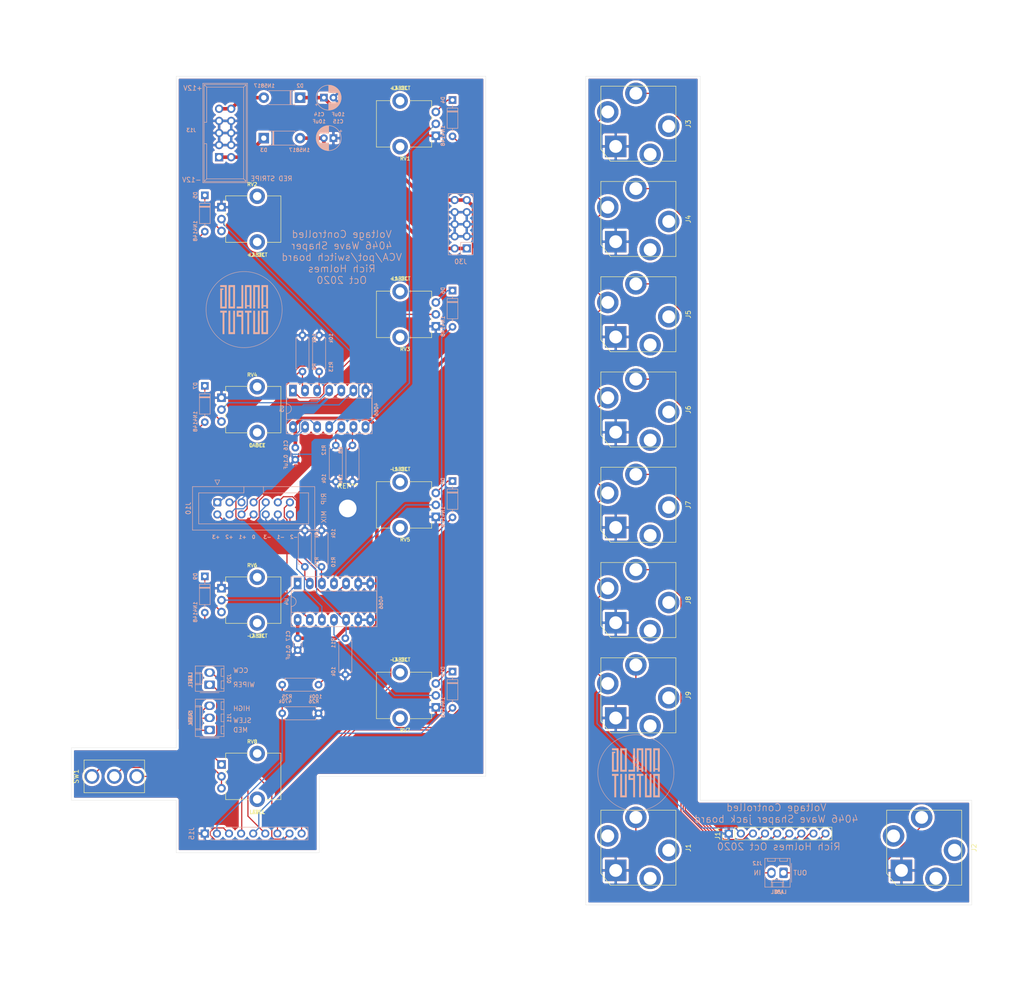
<source format=kicad_pcb>
(kicad_pcb (version 20171130) (host pcbnew 5.1.6-c6e7f7d~87~ubuntu20.04.1)
  (layers (0 F.Cu signal) (31 B.Cu signal) (34 B.Paste user) (35 F.Paste user) (36 B.SilkS user) (37 F.SilkS user) (38 B.Mask user) (39 F.Mask user) (44 Edge.Cuts user))
  (net 0 "")
  (net 1 GND)
  (net 2 +12V)
  (net 3 -12V)
  (net 4 "Net-(D4-Pad2)")
  (net 5 "Net-(D4-Pad1)")
  (net 6 "Net-(D5-Pad2)")
  (net 7 "Net-(D5-Pad1)")
  (net 8 "Net-(D6-Pad2)")
  (net 9 "Net-(D6-Pad1)")
  (net 10 "Net-(D7-Pad2)")
  (net 11 "Net-(D7-Pad1)")
  (net 12 "Net-(D8-Pad2)")
  (net 13 "Net-(D8-Pad1)")
  (net 14 "Net-(D9-Pad2)")
  (net 15 "Net-(D9-Pad1)")
  (net 16 "Net-(D10-Pad2)")
  (net 17 "Net-(D10-Pad1)")
  (net 18 CV_+3)
  (net 19 CV_+2)
  (net 20 CV_+1)
  (net 21 CV_0)
  (net 22 CV_-1)
  (net 23 CV_-2)
  (net 24 CV_-3)
  (net 25 +10V)
  (net 26 "Net-(D2-Pad2)")
  (net 27 "Net-(D3-Pad1)")
  (net 28 "Net-(J1-PadTN)")
  (net 29 "Net-(J2-PadTN)")
  (net 30 "Net-(J14-Pad2)")
  (net 31 /RIPOUT_+3)
  (net 32 /RIPOUT_-2)
  (net 33 /RIPOUT_-1)
  (net 34 /RIPOUT_-3)
  (net 35 /RIPOUT_0)
  (net 36 /RIPOUT_+1)
  (net 37 /RIPOUT_+2)
  (net 38 MIXIN_-2)
  (net 39 MIXIN_-1)
  (net 40 MIXIN_-3)
  (net 41 MIXIN_0)
  (net 42 MIXIN_+1)
  (net 43 MIXIN_+2)
  (net 44 MIXIN_+3)
  (net 45 "/Panel and power/IN")
  (net 46 "/Panel and power/OUT")
  (net 47 "/Panel and power/CVIN_+3")
  (net 48 "/Panel and power/CVIN_+2")
  (net 49 "/Panel and power/CVIN_+1")
  (net 50 "/Panel and power/CVIN_0")
  (net 51 "/Panel and power/CVIN_-1")
  (net 52 "/Panel and power/CVIN_-2")
  (net 53 "/Panel and power/CVIN_-3")
  (net 54 "/Panel and power/SL_HIGH")
  (net 55 "/Panel and power/SLEW")
  (net 56 "/Panel and power/SL_MED")
  (net 57 "/Panel and power/LEVEL_CCW")
  (net 58 "/Panel and power/LEVEL_WIPER")
  (module waveshaper:waveshaper-holes (layer F.Cu) (at 131 106.25)
    (fp_text reference G*** hide)
    (fp_text value LOGO hide)
  )
  (module ao_tht:Power_Header (layer B.Cu) (at 123 36)
    (fp_text reference J13 (at -5.85 -5.67) (layer B.SilkS) (effects (font (size 0.75 0.75)) (justify mirror)))
    (fp_text value EURO_PWR_2x5)
    (fp_text user "RED STRIPE" (at 11 4.5) (layer B.SilkS) (effects (justify mirror)))
    (fp_text user -12V (at -5.75 4.75) (layer B.SilkS) (effects (justify mirror)))
    (fp_text user +12V (at -5.5 -14.5) (layer B.SilkS) (effects (justify mirror)))
    (pad 10 thru_hole oval (at 2.54 -10.16) (size 1.7272 1.7272) (drill 1.016) (layers *.Cu *.Mask) (net 26 "Net-(D2-Pad2)"))
    (pad 9 thru_hole oval (at 0 -10.16) (size 1.7272 1.7272) (drill 1.016) (layers *.Cu *.Mask) (net 26 "Net-(D2-Pad2)"))
    (pad 8 thru_hole oval (at 2.54 -7.62) (size 1.7272 1.7272) (drill 1.016) (layers *.Cu *.Mask) (net 1 GND))
    (pad 7 thru_hole oval (at 0 -7.62) (size 1.7272 1.7272) (drill 1.016) (layers *.Cu *.Mask) (net 1 GND))
    (pad 6 thru_hole oval (at 2.54 -5.08) (size 1.7272 1.7272) (drill 1.016) (layers *.Cu *.Mask) (net 1 GND))
    (pad 5 thru_hole oval (at 0 -5.08) (size 1.7272 1.7272) (drill 1.016) (layers *.Cu *.Mask) (net 1 GND))
    (pad 4 thru_hole oval (at 2.54 -2.54) (size 1.7272 1.7272) (drill 1.016) (layers *.Cu *.Mask) (net 1 GND))
    (pad 3 thru_hole oval (at 0 -2.54) (size 1.7272 1.7272) (drill 1.016) (layers *.Cu *.Mask) (net 1 GND))
    (pad 2 thru_hole oval (at 2.54 0) (size 1.7272 1.7272) (drill 1.016) (layers *.Cu *.Mask) (net 27 "Net-(D3-Pad1)"))
    (pad 1 thru_hole rect (at 0 0) (size 1.7272 1.7272) (drill 1.016) (layers *.Cu *.Mask) (net 27 "Net-(D3-Pad1)"))
  )
  (module Connector_IDC:IDC-Header_2x07_P2.54mm_Vertical (layer B.Cu) (at 122.63 108.46 270)
    (fp_text reference J10 (at 1.27 6.1 90) (layer B.SilkS) (effects (justify mirror)))
    (fp_text value "2x7 IDC header")
    (pad 14 thru_hole circle (at 2.54 -15.24 270) (size 1.7 1.7) (drill 1) (layers *.Cu *.Mask) (net 38 MIXIN_-2))
    (pad 12 thru_hole circle (at 2.54 -12.7 270) (size 1.7 1.7) (drill 1) (layers *.Cu *.Mask) (net 39 MIXIN_-1))
    (pad 10 thru_hole circle (at 2.54 -10.16 270) (size 1.7 1.7) (drill 1) (layers *.Cu *.Mask) (net 40 MIXIN_-3))
    (pad 8 thru_hole circle (at 2.54 -7.62 270) (size 1.7 1.7) (drill 1) (layers *.Cu *.Mask) (net 41 MIXIN_0))
    (pad 6 thru_hole circle (at 2.54 -5.08 270) (size 1.7 1.7) (drill 1) (layers *.Cu *.Mask) (net 42 MIXIN_+1))
    (pad 4 thru_hole circle (at 2.54 -2.54 270) (size 1.7 1.7) (drill 1) (layers *.Cu *.Mask) (net 43 MIXIN_+2))
    (pad 2 thru_hole circle (at 2.54 0 270) (size 1.7 1.7) (drill 1) (layers *.Cu *.Mask) (net 44 MIXIN_+3))
    (pad 13 thru_hole circle (at 0 -15.24 270) (size 1.7 1.7) (drill 1) (layers *.Cu *.Mask) (net 32 /RIPOUT_-2))
    (pad 11 thru_hole circle (at 0 -12.7 270) (size 1.7 1.7) (drill 1) (layers *.Cu *.Mask) (net 33 /RIPOUT_-1))
    (pad 9 thru_hole circle (at 0 -10.16 270) (size 1.7 1.7) (drill 1) (layers *.Cu *.Mask) (net 34 /RIPOUT_-3))
    (pad 7 thru_hole circle (at 0 -7.62 270) (size 1.7 1.7) (drill 1) (layers *.Cu *.Mask) (net 35 /RIPOUT_0))
    (pad 5 thru_hole circle (at 0 -5.08 270) (size 1.7 1.7) (drill 1) (layers *.Cu *.Mask) (net 36 /RIPOUT_+1))
    (pad 3 thru_hole circle (at 0 -2.54 270) (size 1.7 1.7) (drill 1) (layers *.Cu *.Mask) (net 37 /RIPOUT_+2))
    (pad 1 thru_hole roundrect (at 0 0 270) (size 1.7 1.7) (drill 1) (layers *.Cu *.Mask) (roundrect_rratio 0.147059) (net 31 /RIPOUT_+3))
  )
  (module MountingHole:MountingHole_3.7mm (layer F.Cu) (at 150 109.75)
    (fp_text reference REF** (at 0 -4.7) (layer F.SilkS))
    (fp_text value MountingHole_3.7mm)
    (pad 1 np_thru_hole circle (at 0 0) (size 3.7 3.7) (drill 3.7) (layers *.Cu *.Mask))
  )
  (module ao_tht:Molex_KK-254_AE-6410-03A_1x03_P2.54mm_Vertical (layer B.Cu) (at 121 156.25 90)
    (fp_text reference J11 (at 2.54 4.12 90) (layer B.SilkS) (effects (font (size 0.75 0.75)) (justify mirror)))
    (fp_text value Conn_01x03)
    (fp_text user SLEW (at 2.5 -4 90) (layer B.SilkS) (effects (font (size 0.75 0.75)) (justify mirror)))
    (fp_text user LABEL (at 2.5 -4 90) (layer B.SilkS) (effects (font (size 0.75 0.75)) (justify mirror)))
    (pad 3 thru_hole oval (at 5.08 0 90) (size 1.74 2.2) (drill 1.2) (layers *.Cu *.Mask) (net 54 "/Panel and power/SL_HIGH"))
    (pad 2 thru_hole oval (at 2.54 0 90) (size 1.74 2.2) (drill 1.2) (layers *.Cu *.Mask) (net 55 "/Panel and power/SLEW"))
    (pad 1 thru_hole roundrect (at 0 0 90) (size 1.74 2.2) (drill 1.2) (layers *.Cu *.Mask) (roundrect_rratio 0.143678) (net 56 "/Panel and power/SL_MED"))
  )
  (module ao_tht:Molex_KK-254_AE-6410-02A_1x02_P2.54mm_Vertical (layer B.Cu) (at 121 146.75 90)
    (fp_text reference J20 (at 1.27 4.12 90) (layer B.SilkS) (effects (font (size 0.75 0.75)) (justify mirror)))
    (fp_text value Conn_01x02)
    (fp_text user LEVEL (at 1 -4 90) (layer B.SilkS) (effects (font (size 0.75 0.75)) (justify mirror)))
    (fp_text user LABEL (at 1 -4 90) (layer B.SilkS) (effects (font (size 0.75 0.75)) (justify mirror)))
    (pad 2 thru_hole oval (at 2.54 0 90) (size 1.74 2.2) (drill 1.2) (layers *.Cu *.Mask) (net 57 "/Panel and power/LEVEL_CCW"))
    (pad 1 thru_hole roundrect (at 0 0 90) (size 1.74 2.2) (drill 1.2) (layers *.Cu *.Mask) (roundrect_rratio 0.143678) (net 58 "/Panel and power/LEVEL_WIPER"))
  )
  (module ao_tht:Molex_KK-254_AE-6410-02A_1x02_P2.54mm_Vertical (layer B.Cu) (at 241.5 186.25 180)
    (fp_text reference J12 (at 5.5 2) (layer B.SilkS) (effects (font (size 0.75 0.75)) (justify mirror)))
    (fp_text value Conn_01x02)
    (fp_text user I/O (at 1 -4) (layer B.SilkS) (effects (font (size 0.75 0.75)) (justify mirror)))
    (fp_text user LABEL (at 1 -4) (layer B.SilkS) (effects (font (size 0.75 0.75)) (justify mirror)))
    (pad 2 thru_hole oval (at 2.54 0 180) (size 1.74 2.2) (drill 1.2) (layers *.Cu *.Mask) (net 45 "/Panel and power/IN"))
    (pad 1 thru_hole roundrect (at 0 0 180) (size 1.74 2.2) (drill 1.2) (layers *.Cu *.Mask) (roundrect_rratio 0.143678) (net 46 "/Panel and power/OUT"))
  )
  (module ao_tht:analogoutput (layer B.Cu) (at 210.5 165.25 180)
    (fp_text reference G*** hide)
    (fp_text value LOGO hide)
  )
  (module ao_tht:analogoutput (layer B.Cu) (at 128.25 68 180)
    (fp_text reference G*** hide)
    (fp_text value LOGO hide)
  )
  (module ao_tht:R_Axial_DIN0207_L6.3mm_D2.5mm_P7.62mm_Horizontal (layer B.Cu) (at 136.25 146.75)
    (fp_text reference R25 (at 1 2.5) (layer B.SilkS) (effects (font (size 0.75 0.75)) (justify mirror)))
    (fp_text value 100k (at 7 2.5) (layer B.SilkS) (effects (font (size 0.75 0.75)) (justify mirror)))
    (pad 2 thru_hole oval (at 7.62 0) (size 1.6 1.6) (drill 0.8) (layers *.Cu *.Mask) (net 2 +12V))
    (pad 1 thru_hole circle (at 0 0) (size 1.6 1.6) (drill 0.8) (layers *.Cu *.Mask) (net 25 +10V))
  )
  (module ao_tht:R_Axial_DIN0207_L6.3mm_D2.5mm_P7.62mm_Horizontal (layer B.Cu) (at 143.87 152.75 180)
    (fp_text reference R26 (at 1 2.5) (layer B.SilkS) (effects (font (size 0.75 0.75)) (justify mirror)))
    (fp_text value 470k (at 7 2.5) (layer B.SilkS) (effects (font (size 0.75 0.75)) (justify mirror)))
    (pad 2 thru_hole oval (at 7.62 0 180) (size 1.6 1.6) (drill 0.8) (layers *.Cu *.Mask) (net 25 +10V))
    (pad 1 thru_hole circle (at 0 0 180) (size 1.6 1.6) (drill 0.8) (layers *.Cu *.Mask) (net 1 GND))
  )
  (module waveshaper:waveshaper_bartonboardbw (layer B.Cu) (at 160 86.75)
    (fp_text reference G*** hide)
    (fp_text value LOGO hide)
  )
  (module ao_tht:CP_Radial_D5.0mm_P2.00mm (layer B.Cu) (at 145 23.5)
    (fp_text reference C14 (at -1 3.5) (layer B.SilkS) (effects (font (size 0.75 0.75)) (justify mirror)))
    (fp_text value 10uF)
    (fp_text user %V (at 3 3.5) (layer B.SilkS) (effects (font (size 0.75 0.75)) (justify mirror)))
    (pad 2 thru_hole circle (at 2 0) (size 1.6 1.6) (drill 0.8) (layers *.Cu *.Mask) (net 1 GND))
    (pad 1 thru_hole rect (at 0 0) (size 1.6 1.6) (drill 0.8) (layers *.Cu *.Mask) (net 2 +12V))
  )
  (module ao_tht:D_DO-41_SOD81_P7.62mm_Horizontal (layer B.Cu) (at 140 23.5 180)
    (fp_text reference D2 (at 0 2.5) (layer B.SilkS) (effects (font (size 0.75 0.75)) (justify mirror)))
    (fp_text value 1N5817)
    (fp_text user %V (at 7.5 2.5) (layer B.SilkS) (effects (font (size 0.75 0.75)) (justify mirror)))
    (pad 2 thru_hole oval (at 7.62 0 180) (size 2.2 2.2) (drill 1.1) (layers *.Cu *.Mask) (net 26 "Net-(D2-Pad2)"))
    (pad 1 thru_hole rect (at 0 0 180) (size 2.2 2.2) (drill 1.1) (layers *.Cu *.Mask) (net 2 +12V))
  )
  (module ao_tht:CP_Radial_D5.0mm_P2.00mm (layer B.Cu) (at 147 32 180)
    (fp_text reference C15 (at -1 3.5) (layer B.SilkS) (effects (font (size 0.75 0.75)) (justify mirror)))
    (fp_text value 10uF)
    (fp_text user %V (at 3 3.5) (layer B.SilkS) (effects (font (size 0.75 0.75)) (justify mirror)))
    (pad 2 thru_hole circle (at 2 0 180) (size 1.6 1.6) (drill 0.8) (layers *.Cu *.Mask) (net 3 -12V))
    (pad 1 thru_hole rect (at 0 0 180) (size 1.6 1.6) (drill 0.8) (layers *.Cu *.Mask) (net 1 GND))
  )
  (module ao_tht:D_DO-41_SOD81_P7.62mm_Horizontal (layer B.Cu) (at 132.38 32)
    (fp_text reference D3 (at 0 2.5) (layer B.SilkS) (effects (font (size 0.75 0.75)) (justify mirror)))
    (fp_text value 1N5817)
    (fp_text user %V (at 7.5 2.5) (layer B.SilkS) (effects (font (size 0.75 0.75)) (justify mirror)))
    (pad 2 thru_hole oval (at 7.62 0) (size 2.2 2.2) (drill 1.1) (layers *.Cu *.Mask) (net 3 -12V))
    (pad 1 thru_hole rect (at 0 0) (size 2.2 2.2) (drill 1.1) (layers *.Cu *.Mask) (net 27 "Net-(D3-Pad1)"))
  )
  (module ao_tht:DIP-14_W7.62mm_Socket_LongPads (layer B.Cu) (at 138.5 85 270)
    (fp_text reference U5 (at 3.81 2.33 270) (layer B.SilkS) (effects (font (size 0.75 0.75)) (justify mirror)))
    (fp_text value 4066)
    (fp_text user %V (at 4 -17.5 270) (layer B.SilkS) (effects (font (size 0.75 0.75)) (justify mirror)))
    (pad 14 thru_hole oval (at 7.62 0 270) (size 2.4 1.6) (drill 0.8) (layers *.Cu *.Mask) (net 2 +12V))
    (pad 7 thru_hole oval (at 0 -15.24 270) (size 2.4 1.6) (drill 0.8) (layers *.Cu *.Mask) (net 1 GND))
    (pad 13 thru_hole oval (at 7.62 -2.54 270) (size 2.4 1.6) (drill 0.8) (layers *.Cu *.Mask) (net 36 /RIPOUT_+1))
    (pad 6 thru_hole oval (at 0 -12.7 270) (size 2.4 1.6) (drill 0.8) (layers *.Cu *.Mask) (net 31 /RIPOUT_+3))
    (pad 12 thru_hole oval (at 7.62 -5.08 270) (size 2.4 1.6) (drill 0.8) (layers *.Cu *.Mask) (net 37 /RIPOUT_+2))
    (pad 5 thru_hole oval (at 0 -10.16 270) (size 2.4 1.6) (drill 0.8) (layers *.Cu *.Mask) (net 35 /RIPOUT_0))
    (pad 11 thru_hole oval (at 7.62 -7.62 270) (size 2.4 1.6) (drill 0.8) (layers *.Cu *.Mask) (net 19 CV_+2))
    (pad 4 thru_hole oval (at 0 -7.62 270) (size 2.4 1.6) (drill 0.8) (layers *.Cu *.Mask) (net 21 CV_0))
    (pad 10 thru_hole oval (at 7.62 -10.16 270) (size 2.4 1.6) (drill 0.8) (layers *.Cu *.Mask) (net 43 MIXIN_+2))
    (pad 3 thru_hole oval (at 0 -5.08 270) (size 2.4 1.6) (drill 0.8) (layers *.Cu *.Mask) (net 41 MIXIN_0))
    (pad 9 thru_hole oval (at 7.62 -12.7 270) (size 2.4 1.6) (drill 0.8) (layers *.Cu *.Mask) (net 44 MIXIN_+3))
    (pad 2 thru_hole oval (at 0 -2.54 270) (size 2.4 1.6) (drill 0.8) (layers *.Cu *.Mask) (net 42 MIXIN_+1))
    (pad 8 thru_hole oval (at 7.62 -15.24 270) (size 2.4 1.6) (drill 0.8) (layers *.Cu *.Mask) (net 18 CV_+3))
    (pad 1 thru_hole rect (at 0 0 270) (size 2.4 1.6) (drill 0.8) (layers *.Cu *.Mask) (net 20 CV_+1))
  )
  (module ao_tht:Potentiometer_Alpha_RD901F-40-00D_Single_Vertical_CircularHoles_centered (layer F.Cu) (at 131 166)
    (fp_text reference RV8 (at -1.05 -7.3 180) (layer F.SilkS) (effects (font (size 0.75 0.75))))
    (fp_text value A100k)
    (fp_text user LEVEL (at 0 7.5) (layer F.SilkS) (effects (font (size 0.75 0.75))))
    (fp_text user LABEL (at 0 7.5) (layer F.SilkS) (effects (font (size 0.75 0.75))))
    (pad 1 thru_hole rect (at -7.5 -2.5 90) (size 1.8 1.8) (drill 1) (layers *.Cu *.Mask) (net 57 "/Panel and power/LEVEL_CCW"))
    (pad 2 thru_hole circle (at -7.5 0 90) (size 1.8 1.8) (drill 1) (layers *.Cu *.Mask) (net 58 "/Panel and power/LEVEL_WIPER"))
    (pad 3 thru_hole circle (at -7.5 2.5 90) (size 1.8 1.8) (drill 1) (layers *.Cu *.Mask) (net 58 "/Panel and power/LEVEL_WIPER"))
    (pad "" thru_hole circle (at 0 4.8 90) (size 3.24 3.24) (drill 1.8) (layers *.Cu *.Mask))
    (pad "" thru_hole circle (at 0 -4.8 90) (size 3.24 3.24) (drill 1.8) (layers *.Cu *.Mask))
  )
  (module ao_tht:Potentiometer_Alpha_RD901F-40-00D_Single_Vertical_CircularHoles_centered (layer F.Cu) (at 161 149 180)
    (fp_text reference RV7 (at -1.05 -7.3 180) (layer F.SilkS) (effects (font (size 0.75 0.75))))
    (fp_text value B100k)
    (fp_text user "-3 OCT" (at 0 7.5) (layer F.SilkS) (effects (font (size 0.75 0.75))))
    (fp_text user LABEL (at 0 7.5) (layer F.SilkS) (effects (font (size 0.75 0.75))))
    (pad 1 thru_hole rect (at -7.5 -2.5 270) (size 1.8 1.8) (drill 1) (layers *.Cu *.Mask) (net 1 GND))
    (pad 2 thru_hole circle (at -7.5 0 270) (size 1.8 1.8) (drill 1) (layers *.Cu *.Mask) (net 24 CV_-3))
    (pad 3 thru_hole circle (at -7.5 2.5 270) (size 1.8 1.8) (drill 1) (layers *.Cu *.Mask) (net 17 "Net-(D10-Pad1)"))
    (pad "" thru_hole circle (at 0 4.8 270) (size 3.24 3.24) (drill 1.8) (layers *.Cu *.Mask))
    (pad "" thru_hole circle (at 0 -4.8 270) (size 3.24 3.24) (drill 1.8) (layers *.Cu *.Mask))
  )
  (module ao_tht:Potentiometer_Alpha_RD901F-40-00D_Single_Vertical_CircularHoles_centered (layer F.Cu) (at 131 129)
    (fp_text reference RV6 (at -1.05 -7.3 180) (layer F.SilkS) (effects (font (size 0.75 0.75))))
    (fp_text value B100k)
    (fp_text user "-2 OCT" (at 0 7.5) (layer F.SilkS) (effects (font (size 0.75 0.75))))
    (fp_text user LABEL (at 0 7.5) (layer F.SilkS) (effects (font (size 0.75 0.75))))
    (pad 1 thru_hole rect (at -7.5 -2.5 90) (size 1.8 1.8) (drill 1) (layers *.Cu *.Mask) (net 1 GND))
    (pad 2 thru_hole circle (at -7.5 0 90) (size 1.8 1.8) (drill 1) (layers *.Cu *.Mask) (net 23 CV_-2))
    (pad 3 thru_hole circle (at -7.5 2.5 90) (size 1.8 1.8) (drill 1) (layers *.Cu *.Mask) (net 15 "Net-(D9-Pad1)"))
    (pad "" thru_hole circle (at 0 4.8 90) (size 3.24 3.24) (drill 1.8) (layers *.Cu *.Mask))
    (pad "" thru_hole circle (at 0 -4.8 90) (size 3.24 3.24) (drill 1.8) (layers *.Cu *.Mask))
  )
  (module ao_tht:Potentiometer_Alpha_RD901F-40-00D_Single_Vertical_CircularHoles_centered (layer F.Cu) (at 161 109 180)
    (fp_text reference RV5 (at -1.05 -7.3 180) (layer F.SilkS) (effects (font (size 0.75 0.75))))
    (fp_text value B100k)
    (fp_text user "-1 OCT" (at 0 7.5) (layer F.SilkS) (effects (font (size 0.75 0.75))))
    (fp_text user LABEL (at 0 7.5) (layer F.SilkS) (effects (font (size 0.75 0.75))))
    (pad 1 thru_hole rect (at -7.5 -2.5 270) (size 1.8 1.8) (drill 1) (layers *.Cu *.Mask) (net 1 GND))
    (pad 2 thru_hole circle (at -7.5 0 270) (size 1.8 1.8) (drill 1) (layers *.Cu *.Mask) (net 22 CV_-1))
    (pad 3 thru_hole circle (at -7.5 2.5 270) (size 1.8 1.8) (drill 1) (layers *.Cu *.Mask) (net 13 "Net-(D8-Pad1)"))
    (pad "" thru_hole circle (at 0 4.8 270) (size 3.24 3.24) (drill 1.8) (layers *.Cu *.Mask))
    (pad "" thru_hole circle (at 0 -4.8 270) (size 3.24 3.24) (drill 1.8) (layers *.Cu *.Mask))
  )
  (module ao_tht:Potentiometer_Alpha_RD901F-40-00D_Single_Vertical_CircularHoles_centered (layer F.Cu) (at 131 89)
    (fp_text reference RV4 (at -1.05 -7.3 180) (layer F.SilkS) (effects (font (size 0.75 0.75))))
    (fp_text value B100k)
    (fp_text user "0 OCT" (at 0 7.5) (layer F.SilkS) (effects (font (size 0.75 0.75))))
    (fp_text user LABEL (at 0 7.5) (layer F.SilkS) (effects (font (size 0.75 0.75))))
    (pad 1 thru_hole rect (at -7.5 -2.5 90) (size 1.8 1.8) (drill 1) (layers *.Cu *.Mask) (net 1 GND))
    (pad 2 thru_hole circle (at -7.5 0 90) (size 1.8 1.8) (drill 1) (layers *.Cu *.Mask) (net 21 CV_0))
    (pad 3 thru_hole circle (at -7.5 2.5 90) (size 1.8 1.8) (drill 1) (layers *.Cu *.Mask) (net 11 "Net-(D7-Pad1)"))
    (pad "" thru_hole circle (at 0 4.8 90) (size 3.24 3.24) (drill 1.8) (layers *.Cu *.Mask))
    (pad "" thru_hole circle (at 0 -4.8 90) (size 3.24 3.24) (drill 1.8) (layers *.Cu *.Mask))
  )
  (module ao_tht:Potentiometer_Alpha_RD901F-40-00D_Single_Vertical_CircularHoles_centered (layer F.Cu) (at 161 69 180)
    (fp_text reference RV3 (at -1.05 -7.3 180) (layer F.SilkS) (effects (font (size 0.75 0.75))))
    (fp_text value B100k)
    (fp_text user "+1 OCT" (at 0 7.5) (layer F.SilkS) (effects (font (size 0.75 0.75))))
    (fp_text user LABEL (at 0 7.5) (layer F.SilkS) (effects (font (size 0.75 0.75))))
    (pad 1 thru_hole rect (at -7.5 -2.5 270) (size 1.8 1.8) (drill 1) (layers *.Cu *.Mask) (net 1 GND))
    (pad 2 thru_hole circle (at -7.5 0 270) (size 1.8 1.8) (drill 1) (layers *.Cu *.Mask) (net 20 CV_+1))
    (pad 3 thru_hole circle (at -7.5 2.5 270) (size 1.8 1.8) (drill 1) (layers *.Cu *.Mask) (net 9 "Net-(D6-Pad1)"))
    (pad "" thru_hole circle (at 0 4.8 270) (size 3.24 3.24) (drill 1.8) (layers *.Cu *.Mask))
    (pad "" thru_hole circle (at 0 -4.8 270) (size 3.24 3.24) (drill 1.8) (layers *.Cu *.Mask))
  )
  (module ao_tht:Potentiometer_Alpha_RD901F-40-00D_Single_Vertical_CircularHoles_centered (layer F.Cu) (at 131 49)
    (fp_text reference RV2 (at -1.05 -7.3 180) (layer F.SilkS) (effects (font (size 0.75 0.75))))
    (fp_text value B100k)
    (fp_text user "+2 OCT" (at 0 7.5) (layer F.SilkS) (effects (font (size 0.75 0.75))))
    (fp_text user LABEL (at 0 7.5) (layer F.SilkS) (effects (font (size 0.75 0.75))))
    (pad 1 thru_hole rect (at -7.5 -2.5 90) (size 1.8 1.8) (drill 1) (layers *.Cu *.Mask) (net 1 GND))
    (pad 2 thru_hole circle (at -7.5 0 90) (size 1.8 1.8) (drill 1) (layers *.Cu *.Mask) (net 19 CV_+2))
    (pad 3 thru_hole circle (at -7.5 2.5 90) (size 1.8 1.8) (drill 1) (layers *.Cu *.Mask) (net 7 "Net-(D5-Pad1)"))
    (pad "" thru_hole circle (at 0 4.8 90) (size 3.24 3.24) (drill 1.8) (layers *.Cu *.Mask))
    (pad "" thru_hole circle (at 0 -4.8 90) (size 3.24 3.24) (drill 1.8) (layers *.Cu *.Mask))
  )
  (module ao_tht:Potentiometer_Alpha_RD901F-40-00D_Single_Vertical_CircularHoles_centered (layer F.Cu) (at 161 29 180)
    (fp_text reference RV1 (at -1.05 -7.3 180) (layer F.SilkS) (effects (font (size 0.75 0.75))))
    (fp_text value B100k)
    (fp_text user "+3 OCT" (at 0 7.5) (layer F.SilkS) (effects (font (size 0.75 0.75))))
    (fp_text user LABEL (at 0 7.5) (layer F.SilkS) (effects (font (size 0.75 0.75))))
    (pad 1 thru_hole rect (at -7.5 -2.5 270) (size 1.8 1.8) (drill 1) (layers *.Cu *.Mask) (net 1 GND))
    (pad 2 thru_hole circle (at -7.5 0 270) (size 1.8 1.8) (drill 1) (layers *.Cu *.Mask) (net 18 CV_+3))
    (pad 3 thru_hole circle (at -7.5 2.5 270) (size 1.8 1.8) (drill 1) (layers *.Cu *.Mask) (net 5 "Net-(D4-Pad1)"))
    (pad "" thru_hole circle (at 0 4.8 270) (size 3.24 3.24) (drill 1.8) (layers *.Cu *.Mask))
    (pad "" thru_hole circle (at 0 -4.8 270) (size 3.24 3.24) (drill 1.8) (layers *.Cu *.Mask))
  )
  (module ao_tht:DIP-14_W7.62mm_Socket_LongPads (layer B.Cu) (at 139.5 125.5 270)
    (fp_text reference U4 (at 3.81 2.33 90) (layer B.SilkS) (effects (font (size 0.75 0.75)) (justify mirror)))
    (fp_text value 4066)
    (fp_text user %V (at 4 -17.5 90) (layer B.SilkS) (effects (font (size 0.75 0.75)) (justify mirror)))
    (pad 14 thru_hole oval (at 7.62 0 270) (size 2.4 1.6) (drill 0.8) (layers *.Cu *.Mask) (net 2 +12V))
    (pad 7 thru_hole oval (at 0 -15.24 270) (size 2.4 1.6) (drill 0.8) (layers *.Cu *.Mask) (net 1 GND))
    (pad 13 thru_hole oval (at 7.62 -2.54 270) (size 2.4 1.6) (drill 0.8) (layers *.Cu *.Mask) (net 32 /RIPOUT_-2))
    (pad 6 thru_hole oval (at 0 -12.7 270) (size 2.4 1.6) (drill 0.8) (layers *.Cu *.Mask) (net 1 GND))
    (pad 12 thru_hole oval (at 7.62 -5.08 270) (size 2.4 1.6) (drill 0.8) (layers *.Cu *.Mask) (net 34 /RIPOUT_-3))
    (pad 5 thru_hole oval (at 0 -10.16 270) (size 2.4 1.6) (drill 0.8) (layers *.Cu *.Mask) (net 33 /RIPOUT_-1))
    (pad 11 thru_hole oval (at 7.62 -7.62 270) (size 2.4 1.6) (drill 0.8) (layers *.Cu *.Mask) (net 24 CV_-3))
    (pad 4 thru_hole oval (at 0 -7.62 270) (size 2.4 1.6) (drill 0.8) (layers *.Cu *.Mask) (net 22 CV_-1))
    (pad 10 thru_hole oval (at 7.62 -10.16 270) (size 2.4 1.6) (drill 0.8) (layers *.Cu *.Mask) (net 40 MIXIN_-3))
    (pad 3 thru_hole oval (at 0 -5.08 270) (size 2.4 1.6) (drill 0.8) (layers *.Cu *.Mask) (net 39 MIXIN_-1))
    (pad 9 thru_hole oval (at 7.62 -12.7 270) (size 2.4 1.6) (drill 0.8) (layers *.Cu *.Mask) (net 1 GND))
    (pad 2 thru_hole oval (at 0 -2.54 270) (size 2.4 1.6) (drill 0.8) (layers *.Cu *.Mask) (net 38 MIXIN_-2))
    (pad 8 thru_hole oval (at 7.62 -15.24 270) (size 2.4 1.6) (drill 0.8) (layers *.Cu *.Mask) (net 1 GND))
    (pad 1 thru_hole rect (at 0 0 270) (size 2.4 1.6) (drill 0.8) (layers *.Cu *.Mask) (net 23 CV_-2))
  )
  (module ao_tht:SPDT-toggle-switch-1M-series (layer F.Cu) (at 101 166 90)
    (fp_text reference SW1 (at 0 -8 90) (layer F.SilkS))
    (fp_text value SW_SPDT)
    (pad 1 thru_hole circle (at 0 4.7 90) (size 3.1 3.1) (drill 2.1) (layers *.Cu *.Mask) (net 56 "/Panel and power/SL_MED"))
    (pad 3 thru_hole circle (at 0 -4.7 90) (size 3.1 3.1) (drill 2.1) (layers *.Cu *.Mask) (net 54 "/Panel and power/SL_HIGH"))
    (pad 2 thru_hole circle (at 0 0 90) (size 3.1 3.1) (drill 2.1) (layers *.Cu *.Mask) (net 55 "/Panel and power/SLEW"))
  )
  (module ao_tht:R_Axial_DIN0207_L6.3mm_D2.5mm_P7.62mm_Horizontal (layer B.Cu) (at 141 122 90)
    (fp_text reference R14 (at 1 2.5 90) (layer B.SilkS) (effects (font (size 0.75 0.75)) (justify mirror)))
    (fp_text value 10k (at 7 2.5 90) (layer B.SilkS) (effects (font (size 0.75 0.75)) (justify mirror)))
    (pad 2 thru_hole oval (at 7.62 0 90) (size 1.6 1.6) (drill 0.8) (layers *.Cu *.Mask) (net 1 GND))
    (pad 1 thru_hole circle (at 0 0 90) (size 1.6 1.6) (drill 0.8) (layers *.Cu *.Mask) (net 38 MIXIN_-2))
  )
  (module ao_tht:R_Axial_DIN0207_L6.3mm_D2.5mm_P7.62mm_Horizontal (layer B.Cu) (at 144 81 90)
    (fp_text reference R13 (at 1 2.5 90) (layer B.SilkS) (effects (font (size 0.75 0.75)) (justify mirror)))
    (fp_text value 10k (at 7 2.5 90) (layer B.SilkS) (effects (font (size 0.75 0.75)) (justify mirror)))
    (pad 2 thru_hole oval (at 7.62 0 90) (size 1.6 1.6) (drill 0.8) (layers *.Cu *.Mask) (net 1 GND))
    (pad 1 thru_hole circle (at 0 0 90) (size 1.6 1.6) (drill 0.8) (layers *.Cu *.Mask) (net 41 MIXIN_0))
  )
  (module ao_tht:R_Axial_DIN0207_L6.3mm_D2.5mm_P7.62mm_Horizontal (layer B.Cu) (at 147.5 96.5 270)
    (fp_text reference R12 (at 1 2.5 90) (layer B.SilkS) (effects (font (size 0.75 0.75)) (justify mirror)))
    (fp_text value 10k (at 7 2.5 90) (layer B.SilkS) (effects (font (size 0.75 0.75)) (justify mirror)))
    (pad 2 thru_hole oval (at 7.62 0 270) (size 1.6 1.6) (drill 0.8) (layers *.Cu *.Mask) (net 1 GND))
    (pad 1 thru_hole circle (at 0 0 270) (size 1.6 1.6) (drill 0.8) (layers *.Cu *.Mask) (net 43 MIXIN_+2))
  )
  (module ao_tht:R_Axial_DIN0207_L6.3mm_D2.5mm_P7.62mm_Horizontal (layer B.Cu) (at 149.5 137 270)
    (fp_text reference R11 (at 1 2.5 90) (layer B.SilkS) (effects (font (size 0.75 0.75)) (justify mirror)))
    (fp_text value 10k (at 7 2.5 90) (layer B.SilkS) (effects (font (size 0.75 0.75)) (justify mirror)))
    (pad 2 thru_hole oval (at 7.62 0 270) (size 1.6 1.6) (drill 0.8) (layers *.Cu *.Mask) (net 1 GND))
    (pad 1 thru_hole circle (at 0 0 270) (size 1.6 1.6) (drill 0.8) (layers *.Cu *.Mask) (net 40 MIXIN_-3))
  )
  (module ao_tht:R_Axial_DIN0207_L6.3mm_D2.5mm_P7.62mm_Horizontal (layer B.Cu) (at 144.5 122 90)
    (fp_text reference R10 (at 1 2.5 90) (layer B.SilkS) (effects (font (size 0.75 0.75)) (justify mirror)))
    (fp_text value 10k (at 7 2.5 90) (layer B.SilkS) (effects (font (size 0.75 0.75)) (justify mirror)))
    (pad 2 thru_hole oval (at 7.62 0 90) (size 1.6 1.6) (drill 0.8) (layers *.Cu *.Mask) (net 1 GND))
    (pad 1 thru_hole circle (at 0 0 90) (size 1.6 1.6) (drill 0.8) (layers *.Cu *.Mask) (net 39 MIXIN_-1))
  )
  (module ao_tht:R_Axial_DIN0207_L6.3mm_D2.5mm_P7.62mm_Horizontal (layer B.Cu) (at 140.5 81 90)
    (fp_text reference R9 (at 1 2.5 90) (layer B.SilkS) (effects (font (size 0.75 0.75)) (justify mirror)))
    (fp_text value 10k (at 7 2.5 90) (layer B.SilkS) (effects (font (size 0.75 0.75)) (justify mirror)))
    (pad 2 thru_hole oval (at 7.62 0 90) (size 1.6 1.6) (drill 0.8) (layers *.Cu *.Mask) (net 1 GND))
    (pad 1 thru_hole circle (at 0 0 90) (size 1.6 1.6) (drill 0.8) (layers *.Cu *.Mask) (net 42 MIXIN_+1))
  )
  (module ao_tht:R_Axial_DIN0207_L6.3mm_D2.5mm_P7.62mm_Horizontal (layer B.Cu) (at 151 96.5 270)
    (fp_text reference R8 (at 1 2.5 90) (layer B.SilkS) (effects (font (size 0.75 0.75)) (justify mirror)))
    (fp_text value 10k (at 7 2.5 90) (layer B.SilkS) (effects (font (size 0.75 0.75)) (justify mirror)))
    (pad 2 thru_hole oval (at 7.62 0 270) (size 1.6 1.6) (drill 0.8) (layers *.Cu *.Mask) (net 1 GND))
    (pad 1 thru_hole circle (at 0 0 270) (size 1.6 1.6) (drill 0.8) (layers *.Cu *.Mask) (net 44 MIXIN_+3))
  )
  (module Connector_PinSocket_2.54mm:PinSocket_2x05_P2.54mm_Vertical (layer B.Cu) (at 175 55.16)
    (fp_text reference J30 (at -1.27 2.77) (layer B.SilkS) (effects (justify mirror)))
    (fp_text value "2x5 pin socket")
    (pad 10 thru_hole oval (at -2.54 -10.16) (size 1.7 1.7) (drill 1) (layers *.Cu *.Mask) (net 2 +12V))
    (pad 9 thru_hole oval (at 0 -10.16) (size 1.7 1.7) (drill 1) (layers *.Cu *.Mask) (net 2 +12V))
    (pad 8 thru_hole oval (at -2.54 -7.62) (size 1.7 1.7) (drill 1) (layers *.Cu *.Mask) (net 1 GND))
    (pad 7 thru_hole oval (at 0 -7.62) (size 1.7 1.7) (drill 1) (layers *.Cu *.Mask) (net 1 GND))
    (pad 6 thru_hole oval (at -2.54 -5.08) (size 1.7 1.7) (drill 1) (layers *.Cu *.Mask) (net 1 GND))
    (pad 5 thru_hole oval (at 0 -5.08) (size 1.7 1.7) (drill 1) (layers *.Cu *.Mask) (net 1 GND))
    (pad 4 thru_hole oval (at -2.54 -2.54) (size 1.7 1.7) (drill 1) (layers *.Cu *.Mask) (net 1 GND))
    (pad 3 thru_hole oval (at 0 -2.54) (size 1.7 1.7) (drill 1) (layers *.Cu *.Mask) (net 1 GND))
    (pad 2 thru_hole oval (at -2.54 0) (size 1.7 1.7) (drill 1) (layers *.Cu *.Mask) (net 3 -12V))
    (pad 1 thru_hole rect (at 0 0) (size 1.7 1.7) (drill 1) (layers *.Cu *.Mask) (net 3 -12V))
  )
  (module Connector_PinSocket_2.54mm:PinSocket_1x09_P2.54mm_Vertical (layer B.Cu) (at 120 178 270)
    (fp_text reference J15 (at 0 2.77 90) (layer B.SilkS) (effects (justify mirror)))
    (fp_text value Conn_01x9)
    (pad 9 thru_hole oval (at 0 -20.32 270) (size 1.7 1.7) (drill 1) (layers *.Cu *.Mask) (net 16 "Net-(D10-Pad2)"))
    (pad 8 thru_hole oval (at 0 -17.78 270) (size 1.7 1.7) (drill 1) (layers *.Cu *.Mask) (net 14 "Net-(D9-Pad2)"))
    (pad 7 thru_hole oval (at 0 -15.24 270) (size 1.7 1.7) (drill 1) (layers *.Cu *.Mask) (net 12 "Net-(D8-Pad2)"))
    (pad 6 thru_hole oval (at 0 -12.7 270) (size 1.7 1.7) (drill 1) (layers *.Cu *.Mask) (net 10 "Net-(D7-Pad2)"))
    (pad 5 thru_hole oval (at 0 -10.16 270) (size 1.7 1.7) (drill 1) (layers *.Cu *.Mask) (net 8 "Net-(D6-Pad2)"))
    (pad 4 thru_hole oval (at 0 -7.62 270) (size 1.7 1.7) (drill 1) (layers *.Cu *.Mask) (net 6 "Net-(D5-Pad2)"))
    (pad 3 thru_hole oval (at 0 -5.08 270) (size 1.7 1.7) (drill 1) (layers *.Cu *.Mask) (net 4 "Net-(D4-Pad2)"))
    (pad 2 thru_hole oval (at 0 -2.54 270) (size 1.7 1.7) (drill 1) (layers *.Cu *.Mask) (net 25 +10V))
    (pad 1 thru_hole rect (at 0 0 270) (size 1.7 1.7) (drill 1) (layers *.Cu *.Mask) (net 1 GND))
  )
  (module Connector_PinHeader_2.54mm:PinHeader_1x09_P2.54mm_Vertical (layer F.Cu) (at 230 178 90)
    (fp_text reference J14 (at 0 -2.33 90) (layer F.SilkS))
    (fp_text value Conn_01x9)
    (pad 9 thru_hole oval (at 0 20.32 90) (size 1.7 1.7) (drill 1) (layers *.Cu *.Mask) (net 53 "/Panel and power/CVIN_-3"))
    (pad 8 thru_hole oval (at 0 17.78 90) (size 1.7 1.7) (drill 1) (layers *.Cu *.Mask) (net 52 "/Panel and power/CVIN_-2"))
    (pad 7 thru_hole oval (at 0 15.24 90) (size 1.7 1.7) (drill 1) (layers *.Cu *.Mask) (net 51 "/Panel and power/CVIN_-1"))
    (pad 6 thru_hole oval (at 0 12.7 90) (size 1.7 1.7) (drill 1) (layers *.Cu *.Mask) (net 50 "/Panel and power/CVIN_0"))
    (pad 5 thru_hole oval (at 0 10.16 90) (size 1.7 1.7) (drill 1) (layers *.Cu *.Mask) (net 49 "/Panel and power/CVIN_+1"))
    (pad 4 thru_hole oval (at 0 7.62 90) (size 1.7 1.7) (drill 1) (layers *.Cu *.Mask) (net 48 "/Panel and power/CVIN_+2"))
    (pad 3 thru_hole oval (at 0 5.08 90) (size 1.7 1.7) (drill 1) (layers *.Cu *.Mask) (net 47 "/Panel and power/CVIN_+3"))
    (pad 2 thru_hole oval (at 0 2.54 90) (size 1.7 1.7) (drill 1) (layers *.Cu *.Mask) (net 30 "Net-(J14-Pad2)"))
    (pad 1 thru_hole rect (at 0 0 90) (size 1.7 1.7) (drill 1) (layers *.Cu *.Mask) (net 1 GND))
  )
  (module ao_tht:Jack_6.35mm_PJ_629HAN (layer F.Cu) (at 211 149 270)
    (fp_text reference J9 (at 0 -10.5 90) (layer F.SilkS))
    (fp_text value AudioJack2_SwitchT)
    (pad RN thru_hole circle (at 6.4 -2.5 270) (size 4.500001 4.500001) (drill 2.7) (layers *.Cu *.Mask))
    (pad TN thru_hole circle (at -2.5 6.4 270) (size 4.5 4.5) (drill 2.7) (layers *.Cu *.Mask) (net 30 "Net-(J14-Pad2)"))
    (pad R thru_hole circle (at 0.5 -6.4 270) (size 4.500001 4.500001) (drill 2.7) (layers *.Cu *.Mask))
    (pad S thru_hole rect (at 4.74 4.74 270) (size 4.500001 4.500001) (drill 2.7) (layers *.Cu *.Mask) (net 1 GND))
    (pad T thru_hole circle (at -6.4 0.5 270) (size 4.5 4.5) (drill 2.7) (layers *.Cu *.Mask) (net 53 "/Panel and power/CVIN_-3"))
  )
  (module ao_tht:Jack_6.35mm_PJ_629HAN (layer F.Cu) (at 211 129 270)
    (fp_text reference J8 (at 0 -10.5 90) (layer F.SilkS))
    (fp_text value AudioJack2_SwitchT)
    (pad RN thru_hole circle (at 6.4 -2.5 270) (size 4.500001 4.500001) (drill 2.7) (layers *.Cu *.Mask))
    (pad TN thru_hole circle (at -2.5 6.4 270) (size 4.5 4.5) (drill 2.7) (layers *.Cu *.Mask) (net 30 "Net-(J14-Pad2)"))
    (pad R thru_hole circle (at 0.5 -6.4 270) (size 4.500001 4.500001) (drill 2.7) (layers *.Cu *.Mask))
    (pad S thru_hole rect (at 4.74 4.74 270) (size 4.500001 4.500001) (drill 2.7) (layers *.Cu *.Mask) (net 1 GND))
    (pad T thru_hole circle (at -6.4 0.5 270) (size 4.5 4.5) (drill 2.7) (layers *.Cu *.Mask) (net 52 "/Panel and power/CVIN_-2"))
  )
  (module ao_tht:Jack_6.35mm_PJ_629HAN (layer F.Cu) (at 211 109 270)
    (fp_text reference J7 (at 0 -10.5 90) (layer F.SilkS))
    (fp_text value AudioJack2_SwitchT)
    (pad RN thru_hole circle (at 6.4 -2.5 270) (size 4.500001 4.500001) (drill 2.7) (layers *.Cu *.Mask))
    (pad TN thru_hole circle (at -2.5 6.4 270) (size 4.5 4.5) (drill 2.7) (layers *.Cu *.Mask) (net 30 "Net-(J14-Pad2)"))
    (pad R thru_hole circle (at 0.5 -6.4 270) (size 4.500001 4.500001) (drill 2.7) (layers *.Cu *.Mask))
    (pad S thru_hole rect (at 4.74 4.74 270) (size 4.500001 4.500001) (drill 2.7) (layers *.Cu *.Mask) (net 1 GND))
    (pad T thru_hole circle (at -6.4 0.5 270) (size 4.5 4.5) (drill 2.7) (layers *.Cu *.Mask) (net 51 "/Panel and power/CVIN_-1"))
  )
  (module ao_tht:Jack_6.35mm_PJ_629HAN (layer F.Cu) (at 211 89 270)
    (fp_text reference J6 (at 0 -10.5 90) (layer F.SilkS))
    (fp_text value AudioJack2_SwitchT)
    (pad RN thru_hole circle (at 6.4 -2.5 270) (size 4.500001 4.500001) (drill 2.7) (layers *.Cu *.Mask))
    (pad TN thru_hole circle (at -2.5 6.4 270) (size 4.5 4.5) (drill 2.7) (layers *.Cu *.Mask) (net 30 "Net-(J14-Pad2)"))
    (pad R thru_hole circle (at 0.5 -6.4 270) (size 4.500001 4.500001) (drill 2.7) (layers *.Cu *.Mask))
    (pad S thru_hole rect (at 4.74 4.74 270) (size 4.500001 4.500001) (drill 2.7) (layers *.Cu *.Mask) (net 1 GND))
    (pad T thru_hole circle (at -6.4 0.5 270) (size 4.5 4.5) (drill 2.7) (layers *.Cu *.Mask) (net 50 "/Panel and power/CVIN_0"))
  )
  (module ao_tht:Jack_6.35mm_PJ_629HAN (layer F.Cu) (at 211 69 270)
    (fp_text reference J5 (at 0 -10.5 90) (layer F.SilkS))
    (fp_text value AudioJack2_SwitchT)
    (pad RN thru_hole circle (at 6.4 -2.5 270) (size 4.500001 4.500001) (drill 2.7) (layers *.Cu *.Mask))
    (pad TN thru_hole circle (at -2.5 6.4 270) (size 4.5 4.5) (drill 2.7) (layers *.Cu *.Mask) (net 30 "Net-(J14-Pad2)"))
    (pad R thru_hole circle (at 0.5 -6.4 270) (size 4.500001 4.500001) (drill 2.7) (layers *.Cu *.Mask))
    (pad S thru_hole rect (at 4.74 4.74 270) (size 4.500001 4.500001) (drill 2.7) (layers *.Cu *.Mask) (net 1 GND))
    (pad T thru_hole circle (at -6.4 0.5 270) (size 4.5 4.5) (drill 2.7) (layers *.Cu *.Mask) (net 49 "/Panel and power/CVIN_+1"))
  )
  (module ao_tht:Jack_6.35mm_PJ_629HAN (layer F.Cu) (at 211 49 270)
    (fp_text reference J4 (at 0 -10.5 90) (layer F.SilkS))
    (fp_text value AudioJack2_SwitchT)
    (pad RN thru_hole circle (at 6.4 -2.5 270) (size 4.500001 4.500001) (drill 2.7) (layers *.Cu *.Mask))
    (pad TN thru_hole circle (at -2.5 6.4 270) (size 4.5 4.5) (drill 2.7) (layers *.Cu *.Mask) (net 30 "Net-(J14-Pad2)"))
    (pad R thru_hole circle (at 0.5 -6.4 270) (size 4.500001 4.500001) (drill 2.7) (layers *.Cu *.Mask))
    (pad S thru_hole rect (at 4.74 4.74 270) (size 4.500001 4.500001) (drill 2.7) (layers *.Cu *.Mask) (net 1 GND))
    (pad T thru_hole circle (at -6.4 0.5 270) (size 4.5 4.5) (drill 2.7) (layers *.Cu *.Mask) (net 48 "/Panel and power/CVIN_+2"))
  )
  (module ao_tht:Jack_6.35mm_PJ_629HAN (layer F.Cu) (at 211 29 270)
    (fp_text reference J3 (at 0 -10.5 90) (layer F.SilkS))
    (fp_text value AudioJack2_SwitchT)
    (pad RN thru_hole circle (at 6.4 -2.5 270) (size 4.500001 4.500001) (drill 2.7) (layers *.Cu *.Mask))
    (pad TN thru_hole circle (at -2.5 6.4 270) (size 4.5 4.5) (drill 2.7) (layers *.Cu *.Mask) (net 30 "Net-(J14-Pad2)"))
    (pad R thru_hole circle (at 0.5 -6.4 270) (size 4.500001 4.500001) (drill 2.7) (layers *.Cu *.Mask))
    (pad S thru_hole rect (at 4.74 4.74 270) (size 4.500001 4.500001) (drill 2.7) (layers *.Cu *.Mask) (net 1 GND))
    (pad T thru_hole circle (at -6.4 0.5 270) (size 4.5 4.5) (drill 2.7) (layers *.Cu *.Mask) (net 47 "/Panel and power/CVIN_+3"))
  )
  (module ao_tht:Jack_6.35mm_PJ_629HAN (layer F.Cu) (at 271 181 270)
    (fp_text reference J2 (at 0 -10.5 90) (layer F.SilkS))
    (fp_text value AudioJack2_SwitchT)
    (pad RN thru_hole circle (at 6.4 -2.5 270) (size 4.500001 4.500001) (drill 2.7) (layers *.Cu *.Mask))
    (pad TN thru_hole circle (at -2.5 6.4 270) (size 4.5 4.5) (drill 2.7) (layers *.Cu *.Mask) (net 29 "Net-(J2-PadTN)"))
    (pad R thru_hole circle (at 0.5 -6.4 270) (size 4.500001 4.500001) (drill 2.7) (layers *.Cu *.Mask))
    (pad S thru_hole rect (at 4.74 4.74 270) (size 4.500001 4.500001) (drill 2.7) (layers *.Cu *.Mask) (net 1 GND))
    (pad T thru_hole circle (at -6.4 0.5 270) (size 4.5 4.5) (drill 2.7) (layers *.Cu *.Mask) (net 46 "/Panel and power/OUT"))
  )
  (module ao_tht:Jack_6.35mm_PJ_629HAN (layer F.Cu) (at 211 181 270)
    (fp_text reference J1 (at 0 -10.5 90) (layer F.SilkS))
    (fp_text value AudioJack2_SwitchT)
    (pad RN thru_hole circle (at 6.4 -2.5 270) (size 4.500001 4.500001) (drill 2.7) (layers *.Cu *.Mask))
    (pad TN thru_hole circle (at -2.5 6.4 270) (size 4.5 4.5) (drill 2.7) (layers *.Cu *.Mask) (net 28 "Net-(J1-PadTN)"))
    (pad R thru_hole circle (at 0.5 -6.4 270) (size 4.500001 4.500001) (drill 2.7) (layers *.Cu *.Mask))
    (pad S thru_hole rect (at 4.74 4.74 270) (size 4.500001 4.500001) (drill 2.7) (layers *.Cu *.Mask) (net 1 GND))
    (pad T thru_hole circle (at -6.4 0.5 270) (size 4.5 4.5) (drill 2.7) (layers *.Cu *.Mask) (net 45 "/Panel and power/IN"))
  )
  (module ao_tht:D_DO-35_SOD27_P7.62mm_Horizontal (layer B.Cu) (at 172 144 270)
    (fp_text reference D10 (at 0 2 90) (layer B.SilkS) (effects (font (size 0.75 0.75)) (justify mirror)))
    (fp_text value 1N4148)
    (fp_text user %V (at 7.5 2 90) (layer B.SilkS) (effects (font (size 0.75 0.75)) (justify mirror)))
    (pad 2 thru_hole oval (at 7.62 0 270) (size 1.6 1.6) (drill 0.8) (layers *.Cu *.Mask) (net 16 "Net-(D10-Pad2)"))
    (pad 1 thru_hole rect (at 0 0 270) (size 1.6 1.6) (drill 0.8) (layers *.Cu *.Mask) (net 17 "Net-(D10-Pad1)"))
  )
  (module ao_tht:D_DO-35_SOD27_P7.62mm_Horizontal (layer B.Cu) (at 120 124 270)
    (fp_text reference D9 (at 0 2 90) (layer B.SilkS) (effects (font (size 0.75 0.75)) (justify mirror)))
    (fp_text value 1N4148)
    (fp_text user %V (at 7.5 2 90) (layer B.SilkS) (effects (font (size 0.75 0.75)) (justify mirror)))
    (pad 2 thru_hole oval (at 7.62 0 270) (size 1.6 1.6) (drill 0.8) (layers *.Cu *.Mask) (net 14 "Net-(D9-Pad2)"))
    (pad 1 thru_hole rect (at 0 0 270) (size 1.6 1.6) (drill 0.8) (layers *.Cu *.Mask) (net 15 "Net-(D9-Pad1)"))
  )
  (module ao_tht:D_DO-35_SOD27_P7.62mm_Horizontal (layer B.Cu) (at 172 104 270)
    (fp_text reference D8 (at 0 2 90) (layer B.SilkS) (effects (font (size 0.75 0.75)) (justify mirror)))
    (fp_text value 1N4148)
    (fp_text user %V (at 7.5 2 90) (layer B.SilkS) (effects (font (size 0.75 0.75)) (justify mirror)))
    (pad 2 thru_hole oval (at 7.62 0 270) (size 1.6 1.6) (drill 0.8) (layers *.Cu *.Mask) (net 12 "Net-(D8-Pad2)"))
    (pad 1 thru_hole rect (at 0 0 270) (size 1.6 1.6) (drill 0.8) (layers *.Cu *.Mask) (net 13 "Net-(D8-Pad1)"))
  )
  (module ao_tht:D_DO-35_SOD27_P7.62mm_Horizontal (layer B.Cu) (at 120 84 270)
    (fp_text reference D7 (at 0 2 90) (layer B.SilkS) (effects (font (size 0.75 0.75)) (justify mirror)))
    (fp_text value 1N4148)
    (fp_text user %V (at 7.5 2 90) (layer B.SilkS) (effects (font (size 0.75 0.75)) (justify mirror)))
    (pad 2 thru_hole oval (at 7.62 0 270) (size 1.6 1.6) (drill 0.8) (layers *.Cu *.Mask) (net 10 "Net-(D7-Pad2)"))
    (pad 1 thru_hole rect (at 0 0 270) (size 1.6 1.6) (drill 0.8) (layers *.Cu *.Mask) (net 11 "Net-(D7-Pad1)"))
  )
  (module ao_tht:D_DO-35_SOD27_P7.62mm_Horizontal (layer B.Cu) (at 172 64 270)
    (fp_text reference D6 (at 0 2 90) (layer B.SilkS) (effects (font (size 0.75 0.75)) (justify mirror)))
    (fp_text value 1N4148)
    (fp_text user %V (at 7.5 2 90) (layer B.SilkS) (effects (font (size 0.75 0.75)) (justify mirror)))
    (pad 2 thru_hole oval (at 7.62 0 270) (size 1.6 1.6) (drill 0.8) (layers *.Cu *.Mask) (net 8 "Net-(D6-Pad2)"))
    (pad 1 thru_hole rect (at 0 0 270) (size 1.6 1.6) (drill 0.8) (layers *.Cu *.Mask) (net 9 "Net-(D6-Pad1)"))
  )
  (module ao_tht:D_DO-35_SOD27_P7.62mm_Horizontal (layer B.Cu) (at 120 44 270)
    (fp_text reference D5 (at 0 2 90) (layer B.SilkS) (effects (font (size 0.75 0.75)) (justify mirror)))
    (fp_text value 1N4148)
    (fp_text user %V (at 7.5 2 90) (layer B.SilkS) (effects (font (size 0.75 0.75)) (justify mirror)))
    (pad 2 thru_hole oval (at 7.62 0 270) (size 1.6 1.6) (drill 0.8) (layers *.Cu *.Mask) (net 6 "Net-(D5-Pad2)"))
    (pad 1 thru_hole rect (at 0 0 270) (size 1.6 1.6) (drill 0.8) (layers *.Cu *.Mask) (net 7 "Net-(D5-Pad1)"))
  )
  (module ao_tht:D_DO-35_SOD27_P7.62mm_Horizontal (layer B.Cu) (at 172 24 270)
    (fp_text reference D4 (at 0 2 90) (layer B.SilkS) (effects (font (size 0.75 0.75)) (justify mirror)))
    (fp_text value 1N4148)
    (fp_text user %V (at 7.5 2 90) (layer B.SilkS) (effects (font (size 0.75 0.75)) (justify mirror)))
    (pad 2 thru_hole oval (at 7.62 0 270) (size 1.6 1.6) (drill 0.8) (layers *.Cu *.Mask) (net 4 "Net-(D4-Pad2)"))
    (pad 1 thru_hole rect (at 0 0 270) (size 1.6 1.6) (drill 0.8) (layers *.Cu *.Mask) (net 5 "Net-(D4-Pad1)"))
  )
  (module ao_tht:C_Disc_D3.0mm_W1.6mm_P2.50mm (layer B.Cu) (at 139.5 137 270)
    (fp_text reference C17 (at -0.5 2 90) (layer B.SilkS) (effects (font (size 0.75 0.75)) (justify mirror)))
    (fp_text value 0.1uF)
    (fp_text user %V (at 3 2 90) (layer B.SilkS) (effects (font (size 0.75 0.75)) (justify mirror)))
    (pad 2 thru_hole circle (at 2.5 0 270) (size 1.6 1.6) (drill 0.8) (layers *.Cu *.Mask) (net 1 GND))
    (pad 1 thru_hole circle (at 0 0 270) (size 1.6 1.6) (drill 0.8) (layers *.Cu *.Mask) (net 2 +12V))
  )
  (module ao_tht:C_Disc_D3.0mm_W1.6mm_P2.50mm (layer B.Cu) (at 139 97 270)
    (fp_text reference C16 (at -0.5 2 90) (layer B.SilkS) (effects (font (size 0.75 0.75)) (justify mirror)))
    (fp_text value 0.1uF)
    (fp_text user %V (at 3 2 90) (layer B.SilkS) (effects (font (size 0.75 0.75)) (justify mirror)))
    (pad 2 thru_hole circle (at 2.5 0 270) (size 1.6 1.6) (drill 0.8) (layers *.Cu *.Mask) (net 1 GND))
    (pad 1 thru_hole circle (at 0 0 270) (size 1.6 1.6) (drill 0.8) (layers *.Cu *.Mask) (net 2 +12V))
  )
  (gr_text MIX (at 145 111.5 90) (layer B.SilkS) (effects (font (size 1 1)) (justify mirror)))
  (gr_text RIP (at 145 107.75 90) (layer B.SilkS) (effects (font (size 1 1)) (justify mirror)))
  (gr_text "-2  -1  -3   0  +1  +2  +3 " (at 130.25 115.75) (layer B.SilkS) (effects (font (size 0.75 0.75)) (justify mirror)))
  (gr_text HIGH (at 127.761905 151.75) (layer B.SilkS) (effects (font (size 1 1)) (justify mirror)))
  (gr_text SLEW (at 127.880953 154.25) (layer B.SilkS) (effects (font (size 1 1)) (justify mirror)))
  (gr_text MED (at 127.5 156.25) (layer B.SilkS) (effects (font (size 1 1)) (justify mirror)))
  (gr_text WIPER (at 128.238096 146.75) (layer B.SilkS) (effects (font (size 1 1)) (justify mirror)))
  (gr_text CCW (at 127.547619 143.75) (layer B.SilkS) (effects (font (size 1 1)) (justify mirror)))
  (gr_text IN (at 236 186.25) (layer B.SilkS) (effects (font (size 1 1)) (justify mirror)))
  (gr_text OUT (at 245 186.25) (layer B.SilkS) (effects (font (size 1 1)) (justify mirror)))
  (gr_text "Voltage Controlled\n4046 Wave Shaper jack board" (at 240 173.75) (layer B.SilkS) (effects (font (size 1.5 1.5)) (justify mirror)))
  (gr_text "Rich Holmes Oct 2020" (at 240.5 180.75) (layer B.SilkS) (effects (font (size 1.5 1.5)) (justify mirror)))
  (gr_text "Voltage Controlled\n4046 Wave Shaper\nVCA/pot/switch board\nRich Holmes\nOct 2020" (at 148.75 57) (layer B.SilkS) (effects (font (size 1.5 1.5)) (justify mirror)))
  (gr_line (start 114 160) (end 114 19) (layer Edge.Cuts) (width 0.05))
  (gr_line (start 92 160) (end 114 160) (layer Edge.Cuts) (width 0.05))
  (gr_line (start 92 171) (end 92 160) (layer Edge.Cuts) (width 0.05))
  (gr_line (start 114 171) (end 92 171) (layer Edge.Cuts) (width 0.05))
  (gr_line (start 114 182) (end 114 171) (layer Edge.Cuts) (width 0.05))
  (gr_line (start 144 182) (end 114 182) (layer Edge.Cuts) (width 0.05))
  (gr_line (start 144 166) (end 144 182) (layer Edge.Cuts) (width 0.05))
  (gr_line (start 179 166) (end 144 166) (layer Edge.Cuts) (width 0.05))
  (gr_line (start 179 19) (end 179 166) (layer Edge.Cuts) (width 0.05))
  (gr_line (start 114 19) (end 179 19) (layer Edge.Cuts) (width 0.05))
  (gr_line (start 200 193) (end 200 19) (layer Edge.Cuts) (width 0.05))
  (gr_line (start 281 193) (end 200 193) (layer Edge.Cuts) (width 0.05))
  (gr_line (start 281 171) (end 281 193) (layer Edge.Cuts) (width 0.05))
  (gr_line (start 224 171) (end 281 171) (layer Edge.Cuts) (width 0.05))
  (gr_line (start 224 19) (end 224 171) (layer Edge.Cuts) (width 0.05))
  (gr_line (start 200 19) (end 224 19) (layer Edge.Cuts) (width 0.05))
  (segment (start 139 93.12) (end 138.5 92.62) (width 0.75) (layer F.Cu) (net 2))
  (segment (start 139 97) (end 139 93.12) (width 0.75) (layer F.Cu) (net 2))
  (segment (start 156.11501 134.089547) (end 156.11501 92.61501) (width 0.75) (layer F.Cu) (net 2))
  (segment (start 155.309547 134.89501) (end 156.11501 134.089547) (width 0.75) (layer F.Cu) (net 2))
  (segment (start 149.569988 134.89501) (end 155.309547 134.89501) (width 0.75) (layer F.Cu) (net 2))
  (segment (start 147.464998 137) (end 149.569988 134.89501) (width 0.75) (layer F.Cu) (net 2))
  (segment (start 139.5 137) (end 147.464998 137) (width 0.75) (layer F.Cu) (net 2))
  (segment (start 172.46 45) (end 175 45) (width 0.75) (layer F.Cu) (net 2))
  (segment (start 176.425001 72.305019) (end 156.11501 92.61501) (width 0.75) (layer F.Cu) (net 2))
  (segment (start 176.425001 46.425001) (end 176.425001 72.305019) (width 0.75) (layer F.Cu) (net 2))
  (segment (start 175 45) (end 176.425001 46.425001) (width 0.75) (layer F.Cu) (net 2))
  (segment (start 145 23.5) (end 140 23.5) (width 0.75) (layer F.Cu) (net 2))
  (segment (start 145 23.535002) (end 166.464998 45) (width 0.75) (layer F.Cu) (net 2))
  (segment (start 166.464998 45) (end 172.46 45) (width 0.75) (layer F.Cu) (net 2))
  (segment (start 145 23.5) (end 145 23.535002) (width 0.75) (layer F.Cu) (net 2))
  (segment (start 146.62 137.844998) (end 147.464998 137) (width 0.25) (layer F.Cu) (net 2))
  (segment (start 146.62 144) (end 146.62 137.844998) (width 0.25) (layer F.Cu) (net 2))
  (segment (start 143.87 146.75) (end 146.62 144) (width 0.25) (layer F.Cu) (net 2))
  (segment (start 139.5 137) (end 139.5 133.12) (width 0.75) (layer F.Cu) (net 2))
  (segment (start 140.27501 90.84499) (end 153.012491 90.84499) (width 0.75) (layer F.Cu) (net 2))
  (segment (start 153.012491 90.84499) (end 153.091472 90.923971) (width 0.75) (layer F.Cu) (net 2))
  (segment (start 154.464557 91) (end 154.5 91) (width 0.75) (layer F.Cu) (net 2))
  (segment (start 154.5 91) (end 156.11501 92.61501) (width 0.75) (layer F.Cu) (net 2))
  (segment (start 153.091472 90.923971) (end 153.170453 90.84499) (width 0.75) (layer F.Cu) (net 2))
  (segment (start 154.309547 90.84499) (end 154.464557 91) (width 0.75) (layer F.Cu) (net 2))
  (segment (start 153.170453 90.84499) (end 154.309547 90.84499) (width 0.75) (layer F.Cu) (net 2))
  (segment (start 138.5 92.62) (end 140.27501 90.84499) (width 0.75) (layer F.Cu) (net 2))
  (segment (start 172.46 55.16) (end 175 55.16) (width 0.75) (layer F.Cu) (net 3))
  (segment (start 140 32) (end 145 32) (width 0.75) (layer F.Cu) (net 3))
  (segment (start 167.02863 55.16) (end 172.46 55.16) (width 0.75) (layer F.Cu) (net 3))
  (segment (start 145 33.13137) (end 167.02863 55.16) (width 0.75) (layer F.Cu) (net 3))
  (segment (start 145 32) (end 145 33.13137) (width 0.75) (layer F.Cu) (net 3))
  (segment (start 123.904999 176.824999) (end 125.08 178) (width 0.25) (layer F.Cu) (net 4))
  (segment (start 121.175001 177.625997) (end 121.975999 176.824999) (width 0.25) (layer F.Cu) (net 4))
  (segment (start 121.975999 176.824999) (end 123.904999 176.824999) (width 0.25) (layer F.Cu) (net 4))
  (segment (start 122.550998 179.75) (end 121.175001 178.374003) (width 0.25) (layer F.Cu) (net 4))
  (segment (start 141.002506 179.75) (end 122.550998 179.75) (width 0.25) (layer F.Cu) (net 4))
  (segment (start 141.75 179.002506) (end 141.002506 179.75) (width 0.25) (layer F.Cu) (net 4))
  (segment (start 151.5 156.25) (end 141.75 166) (width 0.25) (layer F.Cu) (net 4))
  (segment (start 141.75 166) (end 141.75 179.002506) (width 0.25) (layer F.Cu) (net 4))
  (segment (start 169.035002 156.25) (end 151.5 156.25) (width 0.25) (layer F.Cu) (net 4))
  (segment (start 121.175001 178.374003) (end 121.175001 177.625997) (width 0.25) (layer F.Cu) (net 4))
  (segment (start 177.125011 148.159991) (end 169.035002 156.25) (width 0.25) (layer F.Cu) (net 4))
  (segment (start 177.125011 36.745011) (end 177.125011 148.159991) (width 0.25) (layer F.Cu) (net 4))
  (segment (start 172 31.62) (end 177.125011 36.745011) (width 0.25) (layer F.Cu) (net 4))
  (segment (start 171 24) (end 172 24) (width 0.25) (layer F.Cu) (net 5))
  (segment (start 168.5 26.5) (end 171 24) (width 0.25) (layer F.Cu) (net 5))
  (segment (start 117.75 53.87) (end 120 51.62) (width 0.25) (layer F.Cu) (net 6))
  (segment (start 117.75 137) (end 117.75 53.87) (width 0.25) (layer F.Cu) (net 6))
  (segment (start 127.75 147) (end 117.75 137) (width 0.25) (layer F.Cu) (net 6))
  (segment (start 127.75 177.87) (end 127.75 147) (width 0.25) (layer F.Cu) (net 6))
  (segment (start 127.62 178) (end 127.75 177.87) (width 0.25) (layer F.Cu) (net 6))
  (segment (start 120 48) (end 123.5 51.5) (width 0.25) (layer F.Cu) (net 7))
  (segment (start 120 44) (end 120 48) (width 0.25) (layer F.Cu) (net 7))
  (segment (start 148.057499 156.942501) (end 131.335001 173.664999) (width 0.25) (layer B.Cu) (net 8))
  (segment (start 131.335001 176.824999) (end 130.16 178) (width 0.25) (layer B.Cu) (net 8))
  (segment (start 165.442501 156.942501) (end 148.057499 156.942501) (width 0.25) (layer B.Cu) (net 8))
  (segment (start 169.725001 152.660001) (end 165.442501 156.942501) (width 0.25) (layer B.Cu) (net 8))
  (segment (start 131.335001 173.664999) (end 131.335001 176.824999) (width 0.25) (layer B.Cu) (net 8))
  (segment (start 169.725001 73.894999) (end 169.725001 152.660001) (width 0.25) (layer B.Cu) (net 8))
  (segment (start 172 71.62) (end 169.725001 73.894999) (width 0.25) (layer B.Cu) (net 8))
  (segment (start 171 64) (end 172 64) (width 0.25) (layer B.Cu) (net 9))
  (segment (start 168.5 66.5) (end 171 64) (width 0.25) (layer B.Cu) (net 9))
  (segment (start 129.054999 174.354999) (end 132.7 178) (width 0.25) (layer F.Cu) (net 10))
  (segment (start 129.054999 165.054999) (end 129.054999 174.354999) (width 0.25) (layer F.Cu) (net 10))
  (segment (start 128.25 164.25) (end 129.054999 165.054999) (width 0.25) (layer F.Cu) (net 10))
  (segment (start 128.25 146.5) (end 128.25 164.25) (width 0.25) (layer F.Cu) (net 10))
  (segment (start 118.25 136.5) (end 128.25 146.5) (width 0.25) (layer F.Cu) (net 10))
  (segment (start 118.25 93.37) (end 118.25 136.5) (width 0.25) (layer F.Cu) (net 10))
  (segment (start 120 91.62) (end 118.25 93.37) (width 0.25) (layer F.Cu) (net 10))
  (segment (start 120 88) (end 123.5 91.5) (width 0.25) (layer F.Cu) (net 11))
  (segment (start 120 84) (end 120 88) (width 0.25) (layer F.Cu) (net 11))
  (segment (start 159.054999 124.565001) (end 172 111.62) (width 0.25) (layer F.Cu) (net 12))
  (segment (start 159.054999 146.945001) (end 159.054999 124.565001) (width 0.25) (layer F.Cu) (net 12))
  (segment (start 135.24 170.76) (end 159.054999 146.945001) (width 0.25) (layer F.Cu) (net 12))
  (segment (start 135.24 178) (end 135.24 170.76) (width 0.25) (layer F.Cu) (net 12))
  (segment (start 171 104) (end 172 104) (width 0.25) (layer F.Cu) (net 13))
  (segment (start 168.5 106.5) (end 171 104) (width 0.25) (layer F.Cu) (net 13))
  (segment (start 120 137.25) (end 120 131.62) (width 0.25) (layer F.Cu) (net 14))
  (segment (start 128.75 146) (end 120 137.25) (width 0.25) (layer F.Cu) (net 14))
  (segment (start 134.064999 169.064999) (end 128.75 163.75) (width 0.25) (layer F.Cu) (net 14))
  (segment (start 134.064999 178.753999) (end 134.064999 169.064999) (width 0.25) (layer F.Cu) (net 14))
  (segment (start 128.75 163.75) (end 128.75 146) (width 0.25) (layer F.Cu) (net 14))
  (segment (start 134.486001 179.175001) (end 134.064999 178.753999) (width 0.25) (layer F.Cu) (net 14))
  (segment (start 136.604999 179.175001) (end 134.486001 179.175001) (width 0.25) (layer F.Cu) (net 14))
  (segment (start 137.78 178) (end 136.604999 179.175001) (width 0.25) (layer F.Cu) (net 14))
  (segment (start 120 128) (end 120 124) (width 0.25) (layer F.Cu) (net 15))
  (segment (start 123.5 131.5) (end 120 128) (width 0.25) (layer F.Cu) (net 15))
  (segment (start 151.004999 155.745001) (end 167.874999 155.745001) (width 0.25) (layer F.Cu) (net 16))
  (segment (start 167.874999 155.745001) (end 172 151.62) (width 0.25) (layer F.Cu) (net 16))
  (segment (start 140.32 166.43) (end 151.004999 155.745001) (width 0.25) (layer F.Cu) (net 16))
  (segment (start 140.32 178) (end 140.32 166.43) (width 0.25) (layer F.Cu) (net 16))
  (segment (start 171 144) (end 172 144) (width 0.25) (layer F.Cu) (net 17))
  (segment (start 168.5 146.5) (end 171 144) (width 0.25) (layer F.Cu) (net 17))
  (segment (start 162.945001 34.554999) (end 168.5 29) (width 0.25) (layer B.Cu) (net 18))
  (segment (start 162.945001 83.414999) (end 162.945001 34.554999) (width 0.25) (layer B.Cu) (net 18))
  (segment (start 153.74 92.62) (end 162.945001 83.414999) (width 0.25) (layer B.Cu) (net 18))
  (segment (start 152.32501 86.41499) (end 146.12 92.62) (width 0.25) (layer B.Cu) (net 19))
  (segment (start 124 50.186998) (end 152.32501 78.512008) (width 0.25) (layer B.Cu) (net 19))
  (segment (start 152.32501 78.512008) (end 152.32501 86.41499) (width 0.25) (layer B.Cu) (net 19))
  (segment (start 124 49.5) (end 124 50.186998) (width 0.25) (layer B.Cu) (net 19))
  (segment (start 123.5 49) (end 124 49.5) (width 0.25) (layer B.Cu) (net 19))
  (segment (start 144.99499 84.134006) (end 160.128996 69) (width 0.25) (layer F.Cu) (net 20))
  (segment (start 144.99499 85.576014) (end 144.99499 84.134006) (width 0.25) (layer F.Cu) (net 20))
  (segment (start 144.045994 86.52501) (end 144.99499 85.576014) (width 0.25) (layer F.Cu) (net 20))
  (segment (start 140.02501 86.52501) (end 144.045994 86.52501) (width 0.25) (layer F.Cu) (net 20))
  (segment (start 160.128996 69) (end 168.5 69) (width 0.25) (layer F.Cu) (net 20))
  (segment (start 138.5 85) (end 140.02501 86.52501) (width 0.25) (layer F.Cu) (net 20))
  (segment (start 124.950009 87.549991) (end 123.5 89) (width 0.25) (layer B.Cu) (net 21))
  (segment (start 143.570009 87.549991) (end 124.950009 87.549991) (width 0.25) (layer B.Cu) (net 21))
  (segment (start 146.12 85) (end 143.570009 87.549991) (width 0.25) (layer B.Cu) (net 21))
  (segment (start 162.17 109) (end 168.5 109) (width 0.25) (layer B.Cu) (net 22))
  (segment (start 147.12 124.05) (end 162.17 109) (width 0.25) (layer B.Cu) (net 22))
  (segment (start 147.12 125.5) (end 147.12 124.05) (width 0.25) (layer B.Cu) (net 22))
  (segment (start 136 129) (end 139.5 125.5) (width 0.25) (layer B.Cu) (net 23))
  (segment (start 123.5 129) (end 136 129) (width 0.25) (layer B.Cu) (net 23))
  (segment (start 159.834998 149) (end 168.5 149) (width 0.25) (layer B.Cu) (net 24))
  (segment (start 147.12 136.285002) (end 159.834998 149) (width 0.25) (layer B.Cu) (net 24))
  (segment (start 147.12 133.12) (end 147.12 136.285002) (width 0.25) (layer B.Cu) (net 24))
  (segment (start 136.25 146.75) (end 136.25 152.75) (width 0.25) (layer F.Cu) (net 25))
  (segment (start 122.54 176.381398) (end 122.54 178) (width 0.25) (layer B.Cu) (net 25))
  (segment (start 136.25 162.671398) (end 122.54 176.381398) (width 0.25) (layer B.Cu) (net 25))
  (segment (start 136.25 152.75) (end 136.25 162.671398) (width 0.25) (layer B.Cu) (net 25))
  (segment (start 125.54 25.84) (end 123 25.84) (width 0.75) (layer F.Cu) (net 26))
  (segment (start 132.38 23.5) (end 127.88 23.5) (width 0.75) (layer F.Cu) (net 26))
  (segment (start 127.88 23.5) (end 125.54 25.84) (width 0.75) (layer F.Cu) (net 26))
  (segment (start 125.54 36) (end 128.38 36) (width 0.75) (layer F.Cu) (net 27))
  (segment (start 128.38 36) (end 132.38 32) (width 0.75) (layer F.Cu) (net 27))
  (segment (start 123 36) (end 125.54 36) (width 0.75) (layer F.Cu) (net 27))
  (segment (start 202.350001 148.749999) (end 204.6 146.5) (width 0.25) (layer B.Cu) (net 30))
  (segment (start 202.350001 154.915004) (end 202.350001 148.749999) (width 0.25) (layer B.Cu) (net 30))
  (segment (start 224.259996 176.824999) (end 202.350001 154.915004) (width 0.25) (layer B.Cu) (net 30))
  (segment (start 231.364999 176.824999) (end 224.259996 176.824999) (width 0.25) (layer B.Cu) (net 30))
  (segment (start 232.54 178) (end 231.364999 176.824999) (width 0.25) (layer B.Cu) (net 30))
  (segment (start 202.350001 144.250001) (end 202.350001 128.749999) (width 0.25) (layer F.Cu) (net 30))
  (segment (start 202.350001 128.749999) (end 204.6 126.5) (width 0.25) (layer F.Cu) (net 30))
  (segment (start 204.6 146.5) (end 202.350001 144.250001) (width 0.25) (layer F.Cu) (net 30))
  (segment (start 202.350001 108.749999) (end 204.6 106.5) (width 0.25) (layer F.Cu) (net 30))
  (segment (start 202.350001 124.250001) (end 202.350001 108.749999) (width 0.25) (layer F.Cu) (net 30))
  (segment (start 204.6 126.5) (end 202.350001 124.250001) (width 0.25) (layer F.Cu) (net 30))
  (segment (start 202.350001 88.749999) (end 204.6 86.5) (width 0.25) (layer F.Cu) (net 30))
  (segment (start 202.350001 104.250001) (end 202.350001 88.749999) (width 0.25) (layer F.Cu) (net 30))
  (segment (start 204.6 106.5) (end 202.350001 104.250001) (width 0.25) (layer F.Cu) (net 30))
  (segment (start 202.350001 68.749999) (end 204.6 66.5) (width 0.25) (layer F.Cu) (net 30))
  (segment (start 202.350001 84.250001) (end 202.350001 68.749999) (width 0.25) (layer F.Cu) (net 30))
  (segment (start 204.6 86.5) (end 202.350001 84.250001) (width 0.25) (layer F.Cu) (net 30))
  (segment (start 202.350001 48.749999) (end 204.6 46.5) (width 0.25) (layer F.Cu) (net 30))
  (segment (start 202.350001 64.250001) (end 202.350001 48.749999) (width 0.25) (layer F.Cu) (net 30))
  (segment (start 204.6 66.5) (end 202.350001 64.250001) (width 0.25) (layer F.Cu) (net 30))
  (segment (start 202.350001 28.749999) (end 204.6 26.5) (width 0.25) (layer F.Cu) (net 30))
  (segment (start 202.350001 44.250001) (end 202.350001 28.749999) (width 0.25) (layer F.Cu) (net 30))
  (segment (start 204.6 46.5) (end 202.350001 44.250001) (width 0.25) (layer F.Cu) (net 30))
  (segment (start 124.63 106.87) (end 123.04 108.46) (width 0.25) (layer B.Cu) (net 31))
  (segment (start 126.63 106.87) (end 124.63 106.87) (width 0.25) (layer B.Cu) (net 31))
  (segment (start 136.25 97.25) (end 126.63 106.87) (width 0.25) (layer B.Cu) (net 31))
  (segment (start 136.25 92.5) (end 136.25 97.25) (width 0.25) (layer B.Cu) (net 31))
  (segment (start 140.749999 88.000001) (end 136.25 92.5) (width 0.25) (layer B.Cu) (net 31))
  (segment (start 123.04 108.46) (end 122.63 108.46) (width 0.25) (layer B.Cu) (net 31))
  (segment (start 148.199999 88.000001) (end 140.749999 88.000001) (width 0.25) (layer B.Cu) (net 31))
  (segment (start 151.2 85) (end 148.199999 88.000001) (width 0.25) (layer B.Cu) (net 31))
  (segment (start 137.25 112.119002) (end 137.25 128.33) (width 0.25) (layer F.Cu) (net 32))
  (segment (start 136.694999 111.564001) (end 137.25 112.119002) (width 0.25) (layer F.Cu) (net 32))
  (segment (start 136.694999 109.635001) (end 136.694999 111.564001) (width 0.25) (layer F.Cu) (net 32))
  (segment (start 137.25 128.33) (end 142.04 133.12) (width 0.25) (layer F.Cu) (net 32))
  (segment (start 137.87 108.46) (end 136.694999 109.635001) (width 0.25) (layer F.Cu) (net 32))
  (segment (start 144.25 127.25) (end 143.25 126.25) (width 0.25) (layer F.Cu) (net 33))
  (segment (start 147.91 127.25) (end 144.25 127.25) (width 0.25) (layer F.Cu) (net 33))
  (segment (start 143.25 126.25) (end 143.25 122.415002) (width 0.25) (layer F.Cu) (net 33))
  (segment (start 149.66 125.5) (end 147.91 127.25) (width 0.25) (layer F.Cu) (net 33))
  (segment (start 141.417499 120.582501) (end 141.334998 120.5) (width 0.25) (layer F.Cu) (net 33))
  (segment (start 143.25 122.415002) (end 141.417499 120.582501) (width 0.25) (layer F.Cu) (net 33))
  (segment (start 139.25 108.100998) (end 139.25 118.415002) (width 0.25) (layer F.Cu) (net 33))
  (segment (start 138.434001 107.284999) (end 139.25 108.100998) (width 0.25) (layer F.Cu) (net 33))
  (segment (start 139.25 118.415002) (end 141.417499 120.582501) (width 0.25) (layer F.Cu) (net 33))
  (segment (start 136.505001 107.284999) (end 138.434001 107.284999) (width 0.25) (layer F.Cu) (net 33))
  (segment (start 135.33 108.46) (end 136.505001 107.284999) (width 0.25) (layer F.Cu) (net 33))
  (segment (start 140.91499 126.66499) (end 144.58 130.33) (width 0.25) (layer B.Cu) (net 34))
  (segment (start 140.91499 124.07499) (end 140.91499 126.66499) (width 0.25) (layer B.Cu) (net 34))
  (segment (start 139.295 122.455) (end 140.91499 124.07499) (width 0.25) (layer B.Cu) (net 34))
  (segment (start 139.295 119.545) (end 139.295 122.455) (width 0.25) (layer B.Cu) (net 34))
  (segment (start 131.614999 111.864999) (end 139.295 119.545) (width 0.25) (layer B.Cu) (net 34))
  (segment (start 144.58 130.33) (end 144.58 133.12) (width 0.25) (layer B.Cu) (net 34))
  (segment (start 131.614999 110.435999) (end 131.614999 111.864999) (width 0.25) (layer B.Cu) (net 34))
  (segment (start 132.79 109.260998) (end 131.614999 110.435999) (width 0.25) (layer B.Cu) (net 34))
  (segment (start 132.79 108.46) (end 132.79 109.260998) (width 0.25) (layer B.Cu) (net 34))
  (segment (start 130.25 108.46) (end 135.950011 102.759989) (width 0.25) (layer F.Cu) (net 35))
  (segment (start 135.950011 102.759989) (end 135.950011 93.178985) (width 0.25) (layer F.Cu) (net 35))
  (segment (start 135.950011 93.178985) (end 142.153976 86.97502) (width 0.25) (layer F.Cu) (net 35))
  (segment (start 142.153976 86.97502) (end 146.68498 86.97502) (width 0.25) (layer F.Cu) (net 35))
  (segment (start 146.68498 86.97502) (end 148.66 85) (width 0.25) (layer F.Cu) (net 35))
  (segment (start 137.25 96.75) (end 141.04 92.96) (width 0.25) (layer B.Cu) (net 36))
  (segment (start 137.25 98.25) (end 137.25 96.75) (width 0.25) (layer B.Cu) (net 36))
  (segment (start 141.04 92.96) (end 141.04 92.62) (width 0.25) (layer B.Cu) (net 36))
  (segment (start 127.71 107.79) (end 137.25 98.25) (width 0.25) (layer B.Cu) (net 36))
  (segment (start 127.71 108.46) (end 127.71 107.79) (width 0.25) (layer B.Cu) (net 36))
  (segment (start 142.05499 91.09499) (end 143.58 92.62) (width 0.25) (layer B.Cu) (net 37))
  (segment (start 140.574006 91.09499) (end 142.05499 91.09499) (width 0.25) (layer B.Cu) (net 37))
  (segment (start 136.79999 97.70001) (end 136.799991 96.563599) (width 0.25) (layer B.Cu) (net 37))
  (segment (start 139.91499 91.754006) (end 140.574006 91.09499) (width 0.25) (layer B.Cu) (net 37))
  (segment (start 139.91499 93.4486) (end 139.91499 91.754006) (width 0.25) (layer B.Cu) (net 37))
  (segment (start 136.799991 96.563599) (end 139.91499 93.4486) (width 0.25) (layer B.Cu) (net 37))
  (segment (start 126.04 108.46) (end 136.79999 97.70001) (width 0.25) (layer B.Cu) (net 37))
  (segment (start 125.17 108.46) (end 126.04 108.46) (width 0.25) (layer B.Cu) (net 37))
  (segment (start 140 121) (end 141 122) (width 0.25) (layer F.Cu) (net 38))
  (segment (start 141 124.46) (end 142.04 125.5) (width 0.25) (layer F.Cu) (net 38))
  (segment (start 141 122) (end 141 124.46) (width 0.25) (layer F.Cu) (net 38))
  (segment (start 137.87 118.87) (end 140 121) (width 0.25) (layer F.Cu) (net 38))
  (segment (start 137.87 111) (end 137.87 118.87) (width 0.25) (layer F.Cu) (net 38))
  (segment (start 144.5 125.42) (end 144.58 125.5) (width 0.25) (layer F.Cu) (net 39))
  (segment (start 144.5 122) (end 144.5 125.42) (width 0.25) (layer F.Cu) (net 39))
  (segment (start 135.33 113.83) (end 135.33 111) (width 0.25) (layer B.Cu) (net 39))
  (segment (start 143.5 122) (end 135.33 113.83) (width 0.25) (layer B.Cu) (net 39))
  (segment (start 144.5 122) (end 143.5 122) (width 0.25) (layer B.Cu) (net 39))
  (segment (start 149.66 136.84) (end 149.5 137) (width 0.25) (layer B.Cu) (net 40))
  (segment (start 149.66 133.12) (end 149.66 136.84) (width 0.25) (layer B.Cu) (net 40))
  (segment (start 143.45499 127.45499) (end 149.12 133.12) (width 0.25) (layer B.Cu) (net 40))
  (segment (start 141.540001 120.874999) (end 143.45499 122.789988) (width 0.25) (layer B.Cu) (net 40))
  (segment (start 149.12 133.12) (end 149.66 133.12) (width 0.25) (layer B.Cu) (net 40))
  (segment (start 132.79 112.13002) (end 143.45499 122.79501) (width 0.25) (layer B.Cu) (net 40))
  (segment (start 132.79 111) (end 132.79 112.13002) (width 0.25) (layer B.Cu) (net 40))
  (segment (start 143.45499 122.79501) (end 143.45499 127.45499) (width 0.25) (layer B.Cu) (net 40))
  (segment (start 143.45499 122.789988) (end 143.45499 122.79501) (width 0.25) (layer B.Cu) (net 40))
  (segment (start 144 84.58) (end 143.58 85) (width 0.25) (layer F.Cu) (net 41))
  (segment (start 144 81) (end 144 84.58) (width 0.25) (layer F.Cu) (net 41))
  (segment (start 129.074999 112.175001) (end 130.25 111) (width 0.25) (layer F.Cu) (net 41))
  (segment (start 127.145999 112.175001) (end 129.074999 112.175001) (width 0.25) (layer F.Cu) (net 41))
  (segment (start 126.534999 111.564001) (end 127.145999 112.175001) (width 0.25) (layer F.Cu) (net 41))
  (segment (start 126.534999 107.965001) (end 126.534999 111.564001) (width 0.25) (layer F.Cu) (net 41))
  (segment (start 134.917499 101.832501) (end 130.42 106.33) (width 0.25) (layer F.Cu) (net 41))
  (segment (start 134.917499 84.917499) (end 134.917499 101.832501) (width 0.25) (layer F.Cu) (net 41))
  (segment (start 139.959999 79.874999) (end 134.917499 84.917499) (width 0.25) (layer F.Cu) (net 41))
  (segment (start 128.17 106.33) (end 126.534999 107.965001) (width 0.25) (layer F.Cu) (net 41))
  (segment (start 142.874999 79.874999) (end 139.959999 79.874999) (width 0.25) (layer F.Cu) (net 41))
  (segment (start 130.42 106.33) (end 128.17 106.33) (width 0.25) (layer F.Cu) (net 41))
  (segment (start 144 81) (end 142.874999 79.874999) (width 0.25) (layer F.Cu) (net 41))
  (segment (start 140.5 84.46) (end 141.04 85) (width 0.25) (layer F.Cu) (net 42))
  (segment (start 140.5 81) (end 140.5 84.46) (width 0.25) (layer F.Cu) (net 42))
  (segment (start 139.914998 81) (end 140.5 81) (width 0.25) (layer F.Cu) (net 42))
  (segment (start 135.5 85.414998) (end 139.914998 81) (width 0.25) (layer F.Cu) (net 42))
  (segment (start 135.5 102.5) (end 135.5 85.414998) (width 0.25) (layer F.Cu) (net 42))
  (segment (start 131 107) (end 135.5 102.5) (width 0.25) (layer F.Cu) (net 42))
  (segment (start 129.75 107) (end 131 107) (width 0.25) (layer F.Cu) (net 42))
  (segment (start 128.885001 107.864999) (end 129.75 107) (width 0.25) (layer F.Cu) (net 42))
  (segment (start 128.885001 109.824999) (end 128.885001 107.864999) (width 0.25) (layer F.Cu) (net 42))
  (segment (start 127.71 111) (end 128.885001 109.824999) (width 0.25) (layer F.Cu) (net 42))
  (segment (start 147.5 93.78) (end 148.66 92.62) (width 0.25) (layer F.Cu) (net 43))
  (segment (start 147.5 96.5) (end 147.5 93.78) (width 0.25) (layer F.Cu) (net 43))
  (segment (start 126.345001 109.824999) (end 125.17 111) (width 0.25) (layer B.Cu) (net 43))
  (segment (start 128.084003 109.824999) (end 126.345001 109.824999) (width 0.25) (layer B.Cu) (net 43))
  (segment (start 128.885001 109.024001) (end 128.084003 109.824999) (width 0.25) (layer B.Cu) (net 43))
  (segment (start 128.885001 107.449587) (end 128.885001 109.024001) (width 0.25) (layer B.Cu) (net 43))
  (segment (start 137.959589 98.374999) (end 128.885001 107.449587) (width 0.25) (layer B.Cu) (net 43))
  (segment (start 145.625001 98.374999) (end 137.959589 98.374999) (width 0.25) (layer B.Cu) (net 43))
  (segment (start 147.5 96.5) (end 145.625001 98.374999) (width 0.25) (layer B.Cu) (net 43))
  (segment (start 151 92.82) (end 151.2 92.62) (width 0.25) (layer F.Cu) (net 44))
  (segment (start 151 96.5) (end 151 92.82) (width 0.25) (layer F.Cu) (net 44))
  (segment (start 124.255011 112.625011) (end 122.63 111) (width 0.25) (layer F.Cu) (net 44))
  (segment (start 130.363991 112.625011) (end 124.255011 112.625011) (width 0.25) (layer F.Cu) (net 44))
  (segment (start 131.425001 111.564001) (end 130.363991 112.625011) (width 0.25) (layer F.Cu) (net 44))
  (segment (start 131.425001 108.085997) (end 131.425001 111.564001) (width 0.25) (layer F.Cu) (net 44))
  (segment (start 138.885997 100.625001) (end 131.425001 108.085997) (width 0.25) (layer F.Cu) (net 44))
  (segment (start 146.874999 100.625001) (end 138.885997 100.625001) (width 0.25) (layer F.Cu) (net 44))
  (segment (start 151 96.5) (end 146.874999 100.625001) (width 0.25) (layer F.Cu) (net 44))
  (segment (start 238.71 186.25) (end 238.96 186.25) (width 0.25) (layer F.Cu) (net 45))
  (segment (start 218.338998 186.25) (end 238.71 186.25) (width 0.25) (layer F.Cu) (net 45))
  (segment (start 210.5 178.411002) (end 218.338998 186.25) (width 0.25) (layer F.Cu) (net 45))
  (segment (start 210.5 174.6) (end 210.5 178.411002) (width 0.25) (layer F.Cu) (net 45))
  (segment (start 270.5 176.414998) (end 270.5 174.6) (width 0.25) (layer F.Cu) (net 46))
  (segment (start 260.664998 186.25) (end 270.5 176.414998) (width 0.25) (layer F.Cu) (net 46))
  (segment (start 241.5 186.25) (end 260.664998 186.25) (width 0.25) (layer F.Cu) (net 46))
  (segment (start 222.25 30.538998) (end 214.311002 22.6) (width 0.25) (layer F.Cu) (net 47))
  (segment (start 214.311002 22.6) (end 210.5 22.6) (width 0.25) (layer F.Cu) (net 47))
  (segment (start 235.08 178) (end 234.279002 178) (width 0.25) (layer F.Cu) (net 47))
  (segment (start 234.279002 178) (end 233.029002 179.25) (width 0.25) (layer F.Cu) (net 47))
  (segment (start 233.029002 179.25) (end 228.964998 179.25) (width 0.25) (layer F.Cu) (net 47))
  (segment (start 228.964998 179.25) (end 222.25 172.535002) (width 0.25) (layer F.Cu) (net 47))
  (segment (start 222.25 172.535002) (end 222.25 30.538998) (width 0.25) (layer F.Cu) (net 47))
  (segment (start 221.799989 172.721402) (end 228.778596 179.700009) (width 0.25) (layer F.Cu) (net 48))
  (segment (start 221.799989 50.088987) (end 221.799989 172.721402) (width 0.25) (layer F.Cu) (net 48))
  (segment (start 214.311002 42.6) (end 221.799989 50.088987) (width 0.25) (layer F.Cu) (net 48))
  (segment (start 210.5 42.6) (end 214.311002 42.6) (width 0.25) (layer F.Cu) (net 48))
  (segment (start 228.778596 179.700009) (end 235.919991 179.700009) (width 0.25) (layer F.Cu) (net 48))
  (segment (start 235.919991 179.700009) (end 237.62 178) (width 0.25) (layer F.Cu) (net 48))
  (segment (start 210.5 62.6) (end 214.311002 62.6) (width 0.25) (layer F.Cu) (net 49))
  (segment (start 238.009981 180.150019) (end 240.16 178) (width 0.25) (layer F.Cu) (net 49))
  (segment (start 228.592195 180.150019) (end 238.009981 180.150019) (width 0.25) (layer F.Cu) (net 49))
  (segment (start 214.311002 62.6) (end 221.349978 69.638976) (width 0.25) (layer F.Cu) (net 49))
  (segment (start 221.349978 172.907802) (end 228.592195 180.150019) (width 0.25) (layer F.Cu) (net 49))
  (segment (start 221.349978 69.638976) (end 221.349978 172.907802) (width 0.25) (layer F.Cu) (net 49))
  (segment (start 228.405798 180.600033) (end 220.899967 173.094202) (width 0.25) (layer F.Cu) (net 50))
  (segment (start 242.7 178) (end 240.099967 180.600033) (width 0.25) (layer F.Cu) (net 50))
  (segment (start 240.099967 180.600033) (end 228.405798 180.600033) (width 0.25) (layer F.Cu) (net 50))
  (segment (start 220.899967 89.188965) (end 214.311002 82.6) (width 0.25) (layer F.Cu) (net 50))
  (segment (start 220.899967 173.094202) (end 220.899967 89.188965) (width 0.25) (layer F.Cu) (net 50))
  (segment (start 214.311002 82.6) (end 210.5 82.6) (width 0.25) (layer F.Cu) (net 50))
  (segment (start 210.5 102.6) (end 214.311002 102.6) (width 0.25) (layer F.Cu) (net 51))
  (segment (start 220.449956 173.280602) (end 228.219391 181.050037) (width 0.25) (layer F.Cu) (net 51))
  (segment (start 242.189963 181.050037) (end 245.24 178) (width 0.25) (layer F.Cu) (net 51))
  (segment (start 214.311002 102.6) (end 220.449956 108.738954) (width 0.25) (layer F.Cu) (net 51))
  (segment (start 228.219391 181.050037) (end 242.189963 181.050037) (width 0.25) (layer F.Cu) (net 51))
  (segment (start 220.449956 108.738954) (end 220.449956 173.280602) (width 0.25) (layer F.Cu) (net 51))
  (segment (start 214.311002 122.6) (end 210.5 122.6) (width 0.25) (layer F.Cu) (net 52))
  (segment (start 219.975001 128.263999) (end 214.311002 122.6) (width 0.25) (layer F.Cu) (net 52))
  (segment (start 219.975001 173.442051) (end 219.975001 128.263999) (width 0.25) (layer F.Cu) (net 52))
  (segment (start 228.032996 181.500046) (end 219.975001 173.442051) (width 0.25) (layer F.Cu) (net 52))
  (segment (start 243.478955 181.500047) (end 228.032996 181.500046) (width 0.25) (layer F.Cu) (net 52))
  (segment (start 246.979002 178) (end 243.478955 181.500047) (width 0.25) (layer F.Cu) (net 52))
  (segment (start 247.78 178) (end 246.979002 178) (width 0.25) (layer F.Cu) (net 52))
  (segment (start 225.5 183.75) (end 244.57 183.75) (width 0.25) (layer F.Cu) (net 53))
  (segment (start 244.57 183.75) (end 250.32 178) (width 0.25) (layer F.Cu) (net 53))
  (segment (start 210.5 168.75) (end 225.5 183.75) (width 0.25) (layer F.Cu) (net 53))
  (segment (start 210.5 142.6) (end 210.5 168.75) (width 0.25) (layer F.Cu) (net 53))
  (segment (start 120.5 151.25) (end 121 151.25) (width 0.25) (layer F.Cu) (net 54))
  (segment (start 114.75 157) (end 120.5 151.25) (width 0.25) (layer F.Cu) (net 54))
  (segment (start 112.573588 163.5) (end 114.75 161.323588) (width 0.25) (layer F.Cu) (net 54))
  (segment (start 98.8 163.5) (end 112.573588 163.5) (width 0.25) (layer F.Cu) (net 54))
  (segment (start 114.75 161.323588) (end 114.75 157) (width 0.25) (layer F.Cu) (net 54))
  (segment (start 96.3 166) (end 98.8 163.5) (width 0.25) (layer F.Cu) (net 54))
  (segment (start 115.25 157.5) (end 118.96 153.79) (width 0.25) (layer F.Cu) (net 55))
  (segment (start 115.25 161.459998) (end 115.25 157.5) (width 0.25) (layer F.Cu) (net 55))
  (segment (start 112.584999 164.124999) (end 115.25 161.459998) (width 0.25) (layer F.Cu) (net 55))
  (segment (start 118.96 153.79) (end 121 153.79) (width 0.25) (layer F.Cu) (net 55))
  (segment (start 102.875001 164.124999) (end 112.584999 164.124999) (width 0.25) (layer F.Cu) (net 55))
  (segment (start 101 166) (end 102.875001 164.124999) (width 0.25) (layer F.Cu) (net 55))
  (segment (start 117.17 156.33) (end 121 156.33) (width 0.25) (layer F.Cu) (net 56))
  (segment (start 115.75 157.75) (end 117.17 156.33) (width 0.25) (layer F.Cu) (net 56))
  (segment (start 115.75 161.75) (end 115.75 157.75) (width 0.25) (layer F.Cu) (net 56))
  (segment (start 111.5 166) (end 115.75 161.75) (width 0.25) (layer F.Cu) (net 56))
  (segment (start 105.7 166) (end 111.5 166) (width 0.25) (layer F.Cu) (net 56))
  (segment (start 123 163) (end 123.5 163.5) (width 0.25) (layer F.Cu) (net 57))
  (segment (start 123 157.5) (end 123 145.75) (width 0.25) (layer F.Cu) (net 57))
  (segment (start 122.25 158.25) (end 123 157.5) (width 0.25) (layer F.Cu) (net 57))
  (segment (start 122.25 162.25) (end 122.25 158.25) (width 0.25) (layer F.Cu) (net 57))
  (segment (start 123 145.75) (end 121.25 144) (width 0.25) (layer F.Cu) (net 57))
  (segment (start 123.5 163.5) (end 122.25 162.25) (width 0.25) (layer F.Cu) (net 57))
  (segment (start 123.08 168.08) (end 123.5 168.5) (width 0.25) (layer F.Cu) (net 58))
  (segment (start 123.5 166) (end 123.5 168.5) (width 0.25) (layer F.Cu) (net 58))
  (segment (start 121.75 158) (end 122.5 157.25) (width 0.25) (layer F.Cu) (net 58))
  (segment (start 121.75 164.25) (end 121.75 158) (width 0.25) (layer F.Cu) (net 58))
  (segment (start 123.5 166) (end 121.75 164.25) (width 0.25) (layer F.Cu) (net 58))
  (segment (start 122.5 147.79) (end 121.25 146.54) (width 0.25) (layer F.Cu) (net 58))
  (segment (start 122.5 157.25) (end 122.5 147.79) (width 0.25) (layer F.Cu) (net 58))
  (zone (net 1) (net_name GND) (layer F.Cu) (connect_pads (clearance 0.508)) (min_thickness 0.254) (fill yes (arc_segments 32) (thermal_gap 0.508) (thermal_bridge_width 0.508))
    (polygon (pts (xy 292 209) (xy 77 209) (xy 77 3) (xy 292 3)))
  )
  (zone (net 1) (net_name GND) (layer B.Cu) (connect_pads (clearance 0.508)) (min_thickness 0.254) (fill yes (arc_segments 32) (thermal_gap 0.508) (thermal_bridge_width 0.508))
    (polygon (pts (xy 292 209) (xy 77 209) (xy 77 3) (xy 292 3)))
  )
)
</source>
